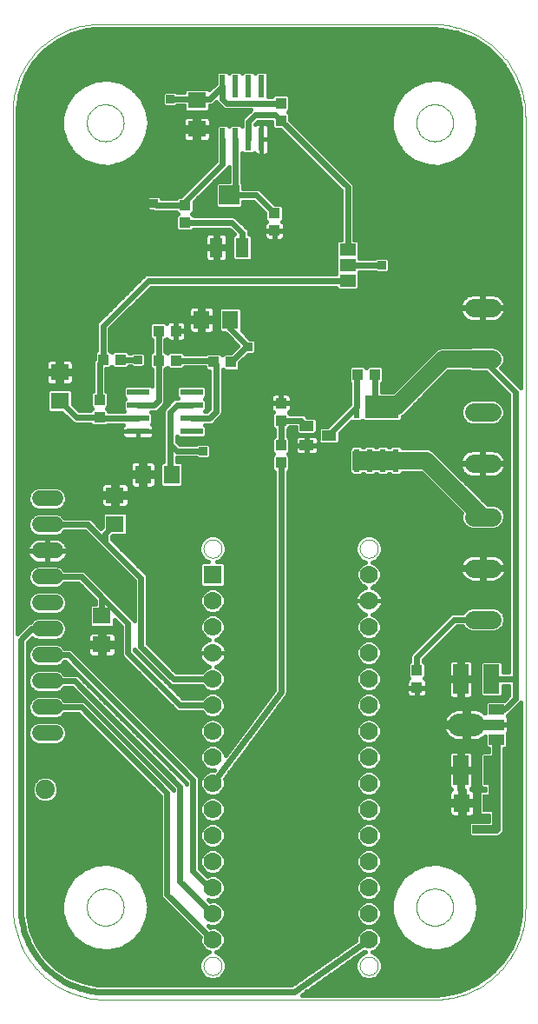
<source format=gtl>
G75*
%MOIN*%
%OFA0B0*%
%FSLAX24Y24*%
%IPPOS*%
%LPD*%
%AMOC8*
5,1,8,0,0,1.08239X$1,22.5*
%
%ADD10C,0.0000*%
%ADD11R,0.1250X0.0875*%
%ADD12R,0.1750X0.0750*%
%ADD13R,0.0870X0.0240*%
%ADD14R,0.0394X0.0433*%
%ADD15R,0.0433X0.0394*%
%ADD16R,0.0551X0.0394*%
%ADD17R,0.0240X0.0870*%
%ADD18R,0.0591X0.0394*%
%ADD19R,0.0787X0.0394*%
%ADD20C,0.0866*%
%ADD21R,0.0630X0.0709*%
%ADD22R,0.0591X0.1142*%
%ADD23R,0.0709X0.0630*%
%ADD24C,0.0740*%
%ADD25C,0.0600*%
%ADD26C,0.0705*%
%ADD27R,0.0236X0.0866*%
%ADD28R,0.0512X0.0748*%
%ADD29R,0.0787X0.0748*%
%ADD30R,0.0630X0.0460*%
%ADD31R,0.0700X0.0700*%
%ADD32C,0.0700*%
%ADD33C,0.0240*%
%ADD34C,0.0160*%
%ADD35C,0.0320*%
%ADD36R,0.0317X0.0317*%
%ADD37C,0.0660*%
D10*
X001927Y006470D02*
X001927Y036785D01*
X005076Y040328D02*
X018068Y040328D01*
X018184Y040326D01*
X018300Y040320D01*
X018415Y040311D01*
X018530Y040298D01*
X018645Y040281D01*
X018759Y040260D01*
X018873Y040235D01*
X018985Y040207D01*
X019096Y040175D01*
X019207Y040140D01*
X019316Y040101D01*
X019424Y040058D01*
X019530Y040012D01*
X019635Y039963D01*
X019738Y039910D01*
X019840Y039853D01*
X019939Y039794D01*
X020036Y039731D01*
X020132Y039665D01*
X020225Y039596D01*
X020316Y039524D01*
X020404Y039449D01*
X020490Y039371D01*
X020573Y039290D01*
X020654Y039207D01*
X020732Y039121D01*
X020807Y039033D01*
X020879Y038942D01*
X020948Y038849D01*
X021014Y038753D01*
X021077Y038656D01*
X021136Y038557D01*
X021193Y038455D01*
X021246Y038352D01*
X021295Y038247D01*
X021341Y038141D01*
X021384Y038033D01*
X021423Y037924D01*
X021458Y037813D01*
X021490Y037702D01*
X021518Y037590D01*
X021543Y037476D01*
X021564Y037362D01*
X021581Y037247D01*
X021594Y037132D01*
X021603Y037017D01*
X021609Y036901D01*
X021611Y036785D01*
X021612Y036785D02*
X021612Y006470D01*
X017418Y006470D02*
X017420Y006523D01*
X017426Y006576D01*
X017436Y006628D01*
X017449Y006679D01*
X017467Y006729D01*
X017488Y006778D01*
X017513Y006825D01*
X017541Y006869D01*
X017573Y006912D01*
X017607Y006952D01*
X017645Y006990D01*
X017685Y007024D01*
X017728Y007056D01*
X017773Y007084D01*
X017819Y007109D01*
X017868Y007130D01*
X017918Y007148D01*
X017969Y007161D01*
X018021Y007171D01*
X018074Y007177D01*
X018127Y007179D01*
X018180Y007177D01*
X018233Y007171D01*
X018285Y007161D01*
X018336Y007148D01*
X018386Y007130D01*
X018435Y007109D01*
X018482Y007084D01*
X018526Y007056D01*
X018569Y007024D01*
X018609Y006990D01*
X018647Y006952D01*
X018681Y006912D01*
X018713Y006869D01*
X018741Y006824D01*
X018766Y006778D01*
X018787Y006729D01*
X018805Y006679D01*
X018818Y006628D01*
X018828Y006576D01*
X018834Y006523D01*
X018836Y006470D01*
X018834Y006417D01*
X018828Y006364D01*
X018818Y006312D01*
X018805Y006261D01*
X018787Y006211D01*
X018766Y006162D01*
X018741Y006115D01*
X018713Y006071D01*
X018681Y006028D01*
X018647Y005988D01*
X018609Y005950D01*
X018569Y005916D01*
X018526Y005884D01*
X018481Y005856D01*
X018435Y005831D01*
X018386Y005810D01*
X018336Y005792D01*
X018285Y005779D01*
X018233Y005769D01*
X018180Y005763D01*
X018127Y005761D01*
X018074Y005763D01*
X018021Y005769D01*
X017969Y005779D01*
X017918Y005792D01*
X017868Y005810D01*
X017819Y005831D01*
X017772Y005856D01*
X017728Y005884D01*
X017685Y005916D01*
X017645Y005950D01*
X017607Y005988D01*
X017573Y006028D01*
X017541Y006071D01*
X017513Y006116D01*
X017488Y006162D01*
X017467Y006211D01*
X017449Y006261D01*
X017436Y006312D01*
X017426Y006364D01*
X017420Y006417D01*
X017418Y006470D01*
X018128Y002926D02*
X018245Y002929D01*
X018362Y002936D01*
X018479Y002947D01*
X018596Y002961D01*
X018712Y002980D01*
X018827Y003002D01*
X018941Y003029D01*
X019055Y003059D01*
X019167Y003093D01*
X019279Y003130D01*
X019388Y003172D01*
X019497Y003216D01*
X019604Y003265D01*
X019709Y003317D01*
X019813Y003373D01*
X019914Y003432D01*
X020014Y003494D01*
X020111Y003560D01*
X020206Y003629D01*
X020299Y003701D01*
X020389Y003776D01*
X020477Y003854D01*
X020562Y003935D01*
X020644Y004018D01*
X020724Y004105D01*
X020800Y004194D01*
X020874Y004285D01*
X020944Y004379D01*
X021012Y004476D01*
X021076Y004574D01*
X021136Y004675D01*
X021194Y004777D01*
X021248Y004882D01*
X021298Y004988D01*
X021345Y005095D01*
X021388Y005205D01*
X021427Y005315D01*
X021463Y005427D01*
X021495Y005540D01*
X021523Y005654D01*
X021547Y005769D01*
X021568Y005885D01*
X021584Y006001D01*
X021597Y006118D01*
X021606Y006235D01*
X021611Y006352D01*
X021612Y006470D01*
X018127Y002927D02*
X005470Y002927D01*
X004761Y006470D02*
X004763Y006523D01*
X004769Y006576D01*
X004779Y006628D01*
X004792Y006679D01*
X004810Y006729D01*
X004831Y006778D01*
X004856Y006825D01*
X004884Y006869D01*
X004916Y006912D01*
X004950Y006952D01*
X004988Y006990D01*
X005028Y007024D01*
X005071Y007056D01*
X005116Y007084D01*
X005162Y007109D01*
X005211Y007130D01*
X005261Y007148D01*
X005312Y007161D01*
X005364Y007171D01*
X005417Y007177D01*
X005470Y007179D01*
X005523Y007177D01*
X005576Y007171D01*
X005628Y007161D01*
X005679Y007148D01*
X005729Y007130D01*
X005778Y007109D01*
X005825Y007084D01*
X005869Y007056D01*
X005912Y007024D01*
X005952Y006990D01*
X005990Y006952D01*
X006024Y006912D01*
X006056Y006869D01*
X006084Y006824D01*
X006109Y006778D01*
X006130Y006729D01*
X006148Y006679D01*
X006161Y006628D01*
X006171Y006576D01*
X006177Y006523D01*
X006179Y006470D01*
X006177Y006417D01*
X006171Y006364D01*
X006161Y006312D01*
X006148Y006261D01*
X006130Y006211D01*
X006109Y006162D01*
X006084Y006115D01*
X006056Y006071D01*
X006024Y006028D01*
X005990Y005988D01*
X005952Y005950D01*
X005912Y005916D01*
X005869Y005884D01*
X005824Y005856D01*
X005778Y005831D01*
X005729Y005810D01*
X005679Y005792D01*
X005628Y005779D01*
X005576Y005769D01*
X005523Y005763D01*
X005470Y005761D01*
X005417Y005763D01*
X005364Y005769D01*
X005312Y005779D01*
X005261Y005792D01*
X005211Y005810D01*
X005162Y005831D01*
X005115Y005856D01*
X005071Y005884D01*
X005028Y005916D01*
X004988Y005950D01*
X004950Y005988D01*
X004916Y006028D01*
X004884Y006071D01*
X004856Y006116D01*
X004831Y006162D01*
X004810Y006211D01*
X004792Y006261D01*
X004779Y006312D01*
X004769Y006364D01*
X004763Y006417D01*
X004761Y006470D01*
X001927Y006470D02*
X001929Y006354D01*
X001935Y006238D01*
X001944Y006123D01*
X001957Y006008D01*
X001974Y005893D01*
X001995Y005779D01*
X002020Y005665D01*
X002048Y005553D01*
X002080Y005442D01*
X002115Y005331D01*
X002154Y005222D01*
X002197Y005114D01*
X002243Y005008D01*
X002292Y004903D01*
X002345Y004800D01*
X002402Y004698D01*
X002461Y004599D01*
X002524Y004502D01*
X002590Y004406D01*
X002659Y004313D01*
X002731Y004222D01*
X002806Y004134D01*
X002884Y004048D01*
X002965Y003965D01*
X003048Y003884D01*
X003134Y003806D01*
X003222Y003731D01*
X003313Y003659D01*
X003406Y003590D01*
X003502Y003524D01*
X003599Y003461D01*
X003699Y003402D01*
X003800Y003345D01*
X003903Y003292D01*
X004008Y003243D01*
X004114Y003197D01*
X004222Y003154D01*
X004331Y003115D01*
X004442Y003080D01*
X004553Y003048D01*
X004665Y003020D01*
X004779Y002995D01*
X004893Y002974D01*
X005008Y002957D01*
X005123Y002944D01*
X005238Y002935D01*
X005354Y002929D01*
X005470Y002927D01*
X009245Y004220D02*
X009247Y004257D01*
X009253Y004294D01*
X009263Y004330D01*
X009276Y004365D01*
X009293Y004398D01*
X009314Y004429D01*
X009338Y004457D01*
X009365Y004483D01*
X009394Y004506D01*
X009425Y004526D01*
X009459Y004542D01*
X009494Y004555D01*
X009530Y004564D01*
X009567Y004569D01*
X009604Y004570D01*
X009641Y004567D01*
X009678Y004560D01*
X009714Y004549D01*
X009748Y004535D01*
X009781Y004517D01*
X009811Y004495D01*
X009839Y004471D01*
X009864Y004443D01*
X009887Y004413D01*
X009906Y004381D01*
X009921Y004347D01*
X009933Y004312D01*
X009941Y004276D01*
X009945Y004239D01*
X009945Y004201D01*
X009941Y004164D01*
X009933Y004128D01*
X009921Y004093D01*
X009906Y004059D01*
X009887Y004027D01*
X009864Y003997D01*
X009839Y003969D01*
X009811Y003945D01*
X009781Y003923D01*
X009748Y003905D01*
X009714Y003891D01*
X009678Y003880D01*
X009641Y003873D01*
X009604Y003870D01*
X009567Y003871D01*
X009530Y003876D01*
X009494Y003885D01*
X009459Y003898D01*
X009425Y003914D01*
X009394Y003934D01*
X009365Y003957D01*
X009338Y003983D01*
X009314Y004011D01*
X009293Y004042D01*
X009276Y004075D01*
X009263Y004110D01*
X009253Y004146D01*
X009247Y004183D01*
X009245Y004220D01*
X015245Y004220D02*
X015247Y004257D01*
X015253Y004294D01*
X015263Y004330D01*
X015276Y004365D01*
X015293Y004398D01*
X015314Y004429D01*
X015338Y004457D01*
X015365Y004483D01*
X015394Y004506D01*
X015425Y004526D01*
X015459Y004542D01*
X015494Y004555D01*
X015530Y004564D01*
X015567Y004569D01*
X015604Y004570D01*
X015641Y004567D01*
X015678Y004560D01*
X015714Y004549D01*
X015748Y004535D01*
X015781Y004517D01*
X015811Y004495D01*
X015839Y004471D01*
X015864Y004443D01*
X015887Y004413D01*
X015906Y004381D01*
X015921Y004347D01*
X015933Y004312D01*
X015941Y004276D01*
X015945Y004239D01*
X015945Y004201D01*
X015941Y004164D01*
X015933Y004128D01*
X015921Y004093D01*
X015906Y004059D01*
X015887Y004027D01*
X015864Y003997D01*
X015839Y003969D01*
X015811Y003945D01*
X015781Y003923D01*
X015748Y003905D01*
X015714Y003891D01*
X015678Y003880D01*
X015641Y003873D01*
X015604Y003870D01*
X015567Y003871D01*
X015530Y003876D01*
X015494Y003885D01*
X015459Y003898D01*
X015425Y003914D01*
X015394Y003934D01*
X015365Y003957D01*
X015338Y003983D01*
X015314Y004011D01*
X015293Y004042D01*
X015276Y004075D01*
X015263Y004110D01*
X015253Y004146D01*
X015247Y004183D01*
X015245Y004220D01*
X015245Y020220D02*
X015247Y020257D01*
X015253Y020294D01*
X015263Y020330D01*
X015276Y020365D01*
X015293Y020398D01*
X015314Y020429D01*
X015338Y020457D01*
X015365Y020483D01*
X015394Y020506D01*
X015425Y020526D01*
X015459Y020542D01*
X015494Y020555D01*
X015530Y020564D01*
X015567Y020569D01*
X015604Y020570D01*
X015641Y020567D01*
X015678Y020560D01*
X015714Y020549D01*
X015748Y020535D01*
X015781Y020517D01*
X015811Y020495D01*
X015839Y020471D01*
X015864Y020443D01*
X015887Y020413D01*
X015906Y020381D01*
X015921Y020347D01*
X015933Y020312D01*
X015941Y020276D01*
X015945Y020239D01*
X015945Y020201D01*
X015941Y020164D01*
X015933Y020128D01*
X015921Y020093D01*
X015906Y020059D01*
X015887Y020027D01*
X015864Y019997D01*
X015839Y019969D01*
X015811Y019945D01*
X015781Y019923D01*
X015748Y019905D01*
X015714Y019891D01*
X015678Y019880D01*
X015641Y019873D01*
X015604Y019870D01*
X015567Y019871D01*
X015530Y019876D01*
X015494Y019885D01*
X015459Y019898D01*
X015425Y019914D01*
X015394Y019934D01*
X015365Y019957D01*
X015338Y019983D01*
X015314Y020011D01*
X015293Y020042D01*
X015276Y020075D01*
X015263Y020110D01*
X015253Y020146D01*
X015247Y020183D01*
X015245Y020220D01*
X015127Y023605D02*
X015627Y023605D01*
X016127Y023605D01*
X016627Y023605D01*
X016627Y025665D02*
X016127Y025665D01*
X015845Y025665D01*
X015627Y025665D01*
X009245Y020220D02*
X009247Y020257D01*
X009253Y020294D01*
X009263Y020330D01*
X009276Y020365D01*
X009293Y020398D01*
X009314Y020429D01*
X009338Y020457D01*
X009365Y020483D01*
X009394Y020506D01*
X009425Y020526D01*
X009459Y020542D01*
X009494Y020555D01*
X009530Y020564D01*
X009567Y020569D01*
X009604Y020570D01*
X009641Y020567D01*
X009678Y020560D01*
X009714Y020549D01*
X009748Y020535D01*
X009781Y020517D01*
X009811Y020495D01*
X009839Y020471D01*
X009864Y020443D01*
X009887Y020413D01*
X009906Y020381D01*
X009921Y020347D01*
X009933Y020312D01*
X009941Y020276D01*
X009945Y020239D01*
X009945Y020201D01*
X009941Y020164D01*
X009933Y020128D01*
X009921Y020093D01*
X009906Y020059D01*
X009887Y020027D01*
X009864Y019997D01*
X009839Y019969D01*
X009811Y019945D01*
X009781Y019923D01*
X009748Y019905D01*
X009714Y019891D01*
X009678Y019880D01*
X009641Y019873D01*
X009604Y019870D01*
X009567Y019871D01*
X009530Y019876D01*
X009494Y019885D01*
X009459Y019898D01*
X009425Y019914D01*
X009394Y019934D01*
X009365Y019957D01*
X009338Y019983D01*
X009314Y020011D01*
X009293Y020042D01*
X009276Y020075D01*
X009263Y020110D01*
X009253Y020146D01*
X009247Y020183D01*
X009245Y020220D01*
X004761Y036549D02*
X004763Y036602D01*
X004769Y036655D01*
X004779Y036707D01*
X004792Y036758D01*
X004810Y036808D01*
X004831Y036857D01*
X004856Y036904D01*
X004884Y036948D01*
X004916Y036991D01*
X004950Y037031D01*
X004988Y037069D01*
X005028Y037103D01*
X005071Y037135D01*
X005116Y037163D01*
X005162Y037188D01*
X005211Y037209D01*
X005261Y037227D01*
X005312Y037240D01*
X005364Y037250D01*
X005417Y037256D01*
X005470Y037258D01*
X005523Y037256D01*
X005576Y037250D01*
X005628Y037240D01*
X005679Y037227D01*
X005729Y037209D01*
X005778Y037188D01*
X005825Y037163D01*
X005869Y037135D01*
X005912Y037103D01*
X005952Y037069D01*
X005990Y037031D01*
X006024Y036991D01*
X006056Y036948D01*
X006084Y036903D01*
X006109Y036857D01*
X006130Y036808D01*
X006148Y036758D01*
X006161Y036707D01*
X006171Y036655D01*
X006177Y036602D01*
X006179Y036549D01*
X006177Y036496D01*
X006171Y036443D01*
X006161Y036391D01*
X006148Y036340D01*
X006130Y036290D01*
X006109Y036241D01*
X006084Y036194D01*
X006056Y036150D01*
X006024Y036107D01*
X005990Y036067D01*
X005952Y036029D01*
X005912Y035995D01*
X005869Y035963D01*
X005824Y035935D01*
X005778Y035910D01*
X005729Y035889D01*
X005679Y035871D01*
X005628Y035858D01*
X005576Y035848D01*
X005523Y035842D01*
X005470Y035840D01*
X005417Y035842D01*
X005364Y035848D01*
X005312Y035858D01*
X005261Y035871D01*
X005211Y035889D01*
X005162Y035910D01*
X005115Y035935D01*
X005071Y035963D01*
X005028Y035995D01*
X004988Y036029D01*
X004950Y036067D01*
X004916Y036107D01*
X004884Y036150D01*
X004856Y036195D01*
X004831Y036241D01*
X004810Y036290D01*
X004792Y036340D01*
X004779Y036391D01*
X004769Y036443D01*
X004763Y036496D01*
X004761Y036549D01*
X001927Y036785D02*
X001922Y036900D01*
X001921Y037014D01*
X001924Y037128D01*
X001931Y037243D01*
X001942Y037357D01*
X001957Y037470D01*
X001975Y037583D01*
X001998Y037695D01*
X002024Y037807D01*
X002054Y037917D01*
X002088Y038026D01*
X002125Y038135D01*
X002167Y038241D01*
X002211Y038347D01*
X002260Y038450D01*
X002312Y038552D01*
X002367Y038653D01*
X002426Y038751D01*
X002488Y038847D01*
X002553Y038941D01*
X002622Y039033D01*
X002693Y039122D01*
X002768Y039209D01*
X002845Y039293D01*
X002925Y039375D01*
X003009Y039453D01*
X003094Y039529D01*
X003182Y039602D01*
X003273Y039672D01*
X003366Y039739D01*
X003461Y039802D01*
X003559Y039862D01*
X003658Y039919D01*
X003759Y039973D01*
X003862Y040023D01*
X003967Y040069D01*
X004073Y040112D01*
X004181Y040151D01*
X004289Y040186D01*
X004399Y040218D01*
X004510Y040246D01*
X004622Y040270D01*
X004735Y040291D01*
X004848Y040307D01*
X004962Y040320D01*
X005076Y040328D01*
X017418Y036549D02*
X017420Y036602D01*
X017426Y036655D01*
X017436Y036707D01*
X017449Y036758D01*
X017467Y036808D01*
X017488Y036857D01*
X017513Y036904D01*
X017541Y036948D01*
X017573Y036991D01*
X017607Y037031D01*
X017645Y037069D01*
X017685Y037103D01*
X017728Y037135D01*
X017773Y037163D01*
X017819Y037188D01*
X017868Y037209D01*
X017918Y037227D01*
X017969Y037240D01*
X018021Y037250D01*
X018074Y037256D01*
X018127Y037258D01*
X018180Y037256D01*
X018233Y037250D01*
X018285Y037240D01*
X018336Y037227D01*
X018386Y037209D01*
X018435Y037188D01*
X018482Y037163D01*
X018526Y037135D01*
X018569Y037103D01*
X018609Y037069D01*
X018647Y037031D01*
X018681Y036991D01*
X018713Y036948D01*
X018741Y036903D01*
X018766Y036857D01*
X018787Y036808D01*
X018805Y036758D01*
X018818Y036707D01*
X018828Y036655D01*
X018834Y036602D01*
X018836Y036549D01*
X018834Y036496D01*
X018828Y036443D01*
X018818Y036391D01*
X018805Y036340D01*
X018787Y036290D01*
X018766Y036241D01*
X018741Y036194D01*
X018713Y036150D01*
X018681Y036107D01*
X018647Y036067D01*
X018609Y036029D01*
X018569Y035995D01*
X018526Y035963D01*
X018481Y035935D01*
X018435Y035910D01*
X018386Y035889D01*
X018336Y035871D01*
X018285Y035858D01*
X018233Y035848D01*
X018180Y035842D01*
X018127Y035840D01*
X018074Y035842D01*
X018021Y035848D01*
X017969Y035858D01*
X017918Y035871D01*
X017868Y035889D01*
X017819Y035910D01*
X017772Y035935D01*
X017728Y035963D01*
X017685Y035995D01*
X017645Y036029D01*
X017607Y036067D01*
X017573Y036107D01*
X017541Y036150D01*
X017513Y036195D01*
X017488Y036241D01*
X017467Y036290D01*
X017449Y036340D01*
X017436Y036391D01*
X017426Y036443D01*
X017420Y036496D01*
X017418Y036549D01*
D11*
X016095Y025658D03*
D12*
X015845Y023595D03*
D13*
X008781Y024722D03*
X008781Y025222D03*
X008781Y025722D03*
X008781Y026222D03*
X006721Y026222D03*
X006721Y025722D03*
X006721Y025222D03*
X006721Y024722D03*
D14*
X006055Y027470D03*
X005385Y027470D03*
X007512Y027439D03*
X007512Y028564D03*
X008182Y028564D03*
X008182Y027439D03*
X009633Y027376D03*
X010303Y027376D03*
X015168Y026885D03*
X015837Y026885D03*
D15*
X012220Y025805D03*
X012220Y025135D03*
X012220Y024180D03*
X012220Y023510D03*
X011968Y032417D03*
X011968Y033086D03*
X012220Y036635D03*
X012220Y037305D03*
X008531Y033398D03*
X008531Y032729D03*
X005251Y025932D03*
X005251Y025262D03*
X017436Y015555D03*
X017436Y014885D03*
D16*
X013202Y024189D03*
X013202Y024937D03*
X014068Y024563D03*
D17*
X015127Y023605D03*
X015627Y023605D03*
X016127Y023605D03*
X016627Y023605D03*
X016627Y025665D03*
X016127Y025665D03*
X015627Y025665D03*
X015127Y025665D03*
D18*
X020500Y014060D03*
X020500Y012880D03*
D19*
X020400Y013470D03*
D20*
X019645Y013470D02*
X019055Y013470D01*
D21*
X019169Y010470D03*
X020271Y010470D03*
X010269Y029001D03*
X009167Y029001D03*
X008023Y023064D03*
X006921Y023064D03*
D22*
X019129Y015220D03*
X020311Y015220D03*
X020311Y011720D03*
X019129Y011720D03*
D23*
X005845Y021169D03*
X005845Y022271D03*
X003722Y025887D03*
X003722Y026990D03*
X008988Y036309D03*
X008988Y037411D03*
X005345Y017646D03*
X005345Y016544D03*
D24*
X003165Y010992D03*
D25*
X002946Y013141D02*
X003546Y013141D01*
X003546Y014141D02*
X002946Y014141D01*
X002946Y015141D02*
X003546Y015141D01*
X003546Y016141D02*
X002946Y016141D01*
X002946Y017141D02*
X003546Y017141D01*
X003546Y018141D02*
X002946Y018141D01*
X002946Y019141D02*
X003546Y019141D01*
X003546Y020141D02*
X002946Y020141D01*
X002946Y021141D02*
X003546Y021141D01*
X003546Y022141D02*
X002946Y022141D01*
D26*
X019625Y021439D02*
X020330Y021439D01*
X020330Y019470D02*
X019625Y019470D01*
X019625Y017501D02*
X020330Y017501D01*
X020323Y023486D02*
X019618Y023486D01*
X019618Y025454D02*
X020323Y025454D01*
X020323Y027486D02*
X019618Y027486D01*
X019618Y029454D02*
X020323Y029454D01*
D27*
X011472Y035915D03*
X010972Y035915D03*
X010472Y035915D03*
X009972Y035915D03*
X009972Y037962D03*
X010472Y037962D03*
X010972Y037962D03*
X011472Y037962D03*
D28*
X010736Y031770D03*
X009736Y031770D03*
D29*
X010236Y033778D03*
D30*
X014780Y031698D03*
X014780Y031098D03*
X014780Y030498D03*
D31*
X009595Y019220D03*
D32*
X009595Y018220D03*
X009595Y017220D03*
X009595Y016220D03*
X009595Y015220D03*
X009595Y014220D03*
X009595Y013220D03*
X009595Y012220D03*
X009595Y011220D03*
X009595Y010220D03*
X009595Y009220D03*
X009595Y008220D03*
X009595Y007220D03*
X009595Y006220D03*
X009595Y005220D03*
X015595Y005220D03*
X015595Y006220D03*
X015595Y007220D03*
X015595Y008220D03*
X015595Y009220D03*
X015595Y010220D03*
X015595Y011220D03*
X015595Y012220D03*
X015595Y013220D03*
X015595Y014220D03*
X015595Y015220D03*
X015595Y016220D03*
X015595Y017220D03*
X015595Y018220D03*
X015595Y019220D03*
D33*
X017436Y016061D02*
X017436Y015555D01*
X017436Y016061D02*
X018876Y017501D01*
X019978Y017501D01*
X020311Y015220D02*
X021220Y015220D01*
X021220Y026236D01*
X019970Y027486D01*
X016095Y031095D02*
X016092Y031098D01*
X014780Y031098D01*
X014780Y031698D02*
X014780Y034075D01*
X012220Y036635D01*
X012010Y036845D01*
X011220Y036845D01*
X010972Y036597D01*
X010972Y035915D01*
X010472Y035915D02*
X010472Y034014D01*
X010236Y033778D01*
X011276Y033778D01*
X011968Y033086D01*
X010736Y032329D02*
X010736Y031770D01*
X010736Y032329D02*
X010345Y032720D01*
X008540Y032720D01*
X008531Y032729D01*
X008531Y033398D02*
X007417Y033398D01*
X007345Y033470D01*
X008531Y033531D02*
X009972Y034972D01*
X009972Y035915D01*
X010135Y037305D02*
X009970Y037470D01*
X009970Y037960D01*
X009972Y037962D01*
X009480Y037470D01*
X009179Y037470D01*
X007970Y037470D01*
X008988Y037411D02*
X009179Y037470D01*
X010135Y037305D02*
X012220Y037305D01*
X008531Y033531D02*
X008531Y033398D01*
X007123Y030498D02*
X014780Y030498D01*
X015168Y026885D02*
X015127Y026845D01*
X015127Y025665D01*
X014068Y024606D01*
X014068Y024563D01*
X013202Y024937D02*
X013003Y025135D01*
X012220Y025135D01*
X012220Y024180D01*
X012220Y023510D02*
X012220Y014720D01*
X009595Y011220D01*
X008845Y011345D02*
X008845Y007845D01*
X009470Y007220D01*
X009595Y007220D01*
X009595Y006220D02*
X008345Y007470D01*
X008345Y011095D01*
X004299Y015141D01*
X003246Y015141D01*
X003246Y014141D02*
X004549Y014141D01*
X007845Y010845D01*
X007845Y006970D01*
X009595Y005220D01*
X012720Y003220D02*
X005470Y003220D01*
X005359Y003222D01*
X005248Y003228D01*
X005138Y003237D01*
X005027Y003250D01*
X004918Y003267D01*
X004809Y003288D01*
X004701Y003312D01*
X004593Y003341D01*
X004487Y003372D01*
X004382Y003408D01*
X004278Y003447D01*
X004175Y003489D01*
X004074Y003535D01*
X003975Y003584D01*
X003877Y003637D01*
X003781Y003693D01*
X003688Y003752D01*
X003596Y003815D01*
X003506Y003880D01*
X003419Y003949D01*
X003334Y004020D01*
X003252Y004095D01*
X003172Y004172D01*
X003095Y004252D01*
X003020Y004334D01*
X002949Y004419D01*
X002880Y004506D01*
X002815Y004596D01*
X002752Y004688D01*
X002693Y004781D01*
X002637Y004877D01*
X002584Y004975D01*
X002535Y005074D01*
X002489Y005175D01*
X002447Y005278D01*
X002408Y005382D01*
X002372Y005487D01*
X002341Y005593D01*
X002312Y005701D01*
X002288Y005809D01*
X002267Y005918D01*
X002250Y006027D01*
X002237Y006138D01*
X002228Y006248D01*
X002222Y006359D01*
X002220Y006470D01*
X002220Y016720D01*
X002641Y017141D01*
X003246Y017141D01*
X003246Y016141D02*
X004049Y016141D01*
X008845Y011345D01*
X008345Y014220D02*
X009595Y014220D01*
X009595Y015220D02*
X008095Y015220D01*
X006845Y016470D01*
X006845Y019095D01*
X005470Y020470D01*
X005470Y020794D01*
X005845Y021169D01*
X005470Y020470D02*
X004799Y021141D01*
X003246Y021141D01*
X003246Y019141D02*
X004549Y019141D01*
X005345Y018345D01*
X005345Y017646D01*
X005345Y018345D02*
X006345Y017345D01*
X006345Y016220D01*
X008345Y014220D01*
X008023Y023064D02*
X007970Y023117D01*
X007970Y024220D01*
X008220Y023970D01*
X009220Y023970D01*
X009472Y025222D02*
X008781Y025222D01*
X008781Y025722D02*
X008222Y025722D01*
X007970Y025470D01*
X007970Y024220D01*
X007345Y025720D02*
X006723Y025720D01*
X006721Y025722D01*
X006721Y025222D02*
X005292Y025222D01*
X005251Y025262D01*
X004347Y025262D01*
X003722Y025887D01*
X005251Y025932D02*
X005251Y027336D01*
X005385Y027470D01*
X005385Y028760D01*
X007123Y030498D01*
X007512Y028564D02*
X007512Y027439D01*
X007512Y025887D01*
X007345Y025720D01*
X006720Y027470D02*
X006055Y027470D01*
X008182Y027439D02*
X009571Y027439D01*
X009633Y027376D01*
X009720Y027290D01*
X009720Y025470D01*
X009472Y025222D01*
X010303Y027376D02*
X010939Y028001D01*
X010269Y028671D01*
X010269Y029001D01*
X010939Y028001D02*
X010970Y027970D01*
X015837Y026885D02*
X015837Y025673D01*
X015845Y025665D01*
X021220Y015220D02*
X021220Y014470D01*
X020810Y014060D01*
X020500Y014060D01*
X020500Y012880D02*
X020500Y011909D01*
X020311Y011720D01*
X020311Y010509D01*
X020271Y010470D01*
X015595Y005220D02*
X012720Y003220D01*
D34*
X003159Y004573D02*
X002833Y005061D01*
X002609Y005602D01*
X002494Y006177D01*
X002480Y006470D01*
X002480Y016612D01*
X002666Y016798D01*
X002696Y016768D01*
X002858Y016701D01*
X003633Y016701D01*
X003795Y016768D01*
X003919Y016892D01*
X003986Y017054D01*
X003986Y017229D01*
X003919Y017390D01*
X003795Y017514D01*
X003633Y017581D01*
X002858Y017581D01*
X002696Y017514D01*
X002579Y017397D01*
X002494Y017362D01*
X002421Y017289D01*
X002107Y016974D01*
X002107Y036717D01*
X002111Y036721D01*
X002107Y036790D01*
X002107Y036860D01*
X002106Y036860D01*
X002103Y037107D01*
X002189Y037723D01*
X002392Y038310D01*
X002707Y038847D01*
X003120Y039312D01*
X003616Y039687D01*
X004176Y039958D01*
X004777Y040115D01*
X005084Y040148D01*
X018068Y040148D01*
X018398Y040132D01*
X019045Y040003D01*
X019654Y039751D01*
X020202Y039385D01*
X020668Y038919D01*
X021035Y038370D01*
X021287Y037761D01*
X021416Y037115D01*
X021432Y036785D01*
X021432Y026392D01*
X020678Y027145D01*
X020740Y027207D01*
X020815Y027388D01*
X020815Y027584D01*
X020740Y027765D01*
X020601Y027903D01*
X020420Y027978D01*
X019520Y027978D01*
X019465Y027956D01*
X018354Y027956D01*
X018182Y027884D01*
X016538Y026240D01*
X016449Y026240D01*
X016444Y026235D01*
X016311Y026235D01*
X016305Y026240D01*
X016097Y026240D01*
X016097Y026534D01*
X016174Y026611D01*
X016174Y027160D01*
X016092Y027242D01*
X015582Y027242D01*
X015502Y027162D01*
X015423Y027242D01*
X014913Y027242D01*
X014831Y027160D01*
X014831Y026611D01*
X014867Y026574D01*
X014867Y025773D01*
X013994Y024899D01*
X013735Y024899D01*
X013653Y024817D01*
X013653Y024428D01*
X013646Y024455D01*
X013622Y024496D01*
X013588Y024529D01*
X013547Y024553D01*
X013502Y024565D01*
X013221Y024565D01*
X013221Y024207D01*
X013658Y024207D01*
X013658Y024303D01*
X013735Y024226D01*
X014402Y024226D01*
X014484Y024308D01*
X014484Y024654D01*
X014935Y025105D01*
X014949Y025090D01*
X015305Y025090D01*
X015354Y025138D01*
X015412Y025080D01*
X016778Y025080D01*
X016788Y025090D01*
X016805Y025090D01*
X016887Y025172D01*
X016887Y025264D01*
X016894Y025267D01*
X018643Y027016D01*
X019465Y027016D01*
X019520Y026993D01*
X020095Y026993D01*
X020960Y026128D01*
X020960Y015480D01*
X020746Y015480D01*
X020746Y015849D01*
X020664Y015931D01*
X019957Y015931D01*
X019875Y015849D01*
X019875Y014591D01*
X019957Y014509D01*
X020664Y014509D01*
X020746Y014591D01*
X020746Y014960D01*
X020960Y014960D01*
X020960Y014578D01*
X020779Y014397D01*
X020147Y014397D01*
X020065Y014315D01*
X020065Y013918D01*
X020045Y013938D01*
X019967Y013994D01*
X019881Y014038D01*
X019789Y014068D01*
X019693Y014083D01*
X019430Y014083D01*
X019430Y013550D01*
X019826Y013550D01*
X019826Y013488D01*
X020381Y013488D01*
X020381Y013452D01*
X019826Y013452D01*
X019826Y013390D01*
X019430Y013390D01*
X019430Y013550D01*
X019270Y013550D01*
X019270Y014083D01*
X019006Y014083D01*
X018911Y014068D01*
X018819Y014038D01*
X018733Y013994D01*
X018655Y013938D01*
X018587Y013869D01*
X018530Y013791D01*
X018486Y013705D01*
X015705Y013705D01*
X015692Y013710D02*
X015498Y013710D01*
X015317Y013635D01*
X015180Y013498D01*
X015105Y013317D01*
X015105Y013123D01*
X015180Y012942D01*
X015317Y012805D01*
X015498Y012730D01*
X015692Y012730D01*
X015873Y012805D01*
X016010Y012942D01*
X016085Y013123D01*
X016085Y013317D01*
X016010Y013498D01*
X015873Y013635D01*
X015692Y013710D01*
X015692Y013730D02*
X015873Y013805D01*
X016010Y013942D01*
X016085Y014123D01*
X016085Y014317D01*
X016010Y014498D01*
X015873Y014635D01*
X015692Y014710D01*
X015498Y014710D01*
X015317Y014635D01*
X015180Y014498D01*
X015105Y014317D01*
X015105Y014123D01*
X015180Y013942D01*
X015317Y013805D01*
X015498Y013730D01*
X015692Y013730D01*
X015485Y013705D02*
X011784Y013705D01*
X011902Y013863D02*
X015259Y013863D01*
X015147Y014022D02*
X012021Y014022D01*
X012140Y014180D02*
X015105Y014180D01*
X015114Y014339D02*
X012259Y014339D01*
X012378Y014497D02*
X015179Y014497D01*
X015366Y014656D02*
X012475Y014656D01*
X012480Y014668D02*
X012480Y014687D01*
X012485Y014706D01*
X012480Y014738D01*
X012480Y023174D01*
X012495Y023174D01*
X012577Y023256D01*
X012577Y023765D01*
X012497Y023845D01*
X012577Y023925D01*
X012577Y024434D01*
X012495Y024516D01*
X012480Y024516D01*
X012480Y024799D01*
X012495Y024799D01*
X012571Y024875D01*
X012787Y024875D01*
X012787Y024682D01*
X012869Y024600D01*
X013536Y024600D01*
X013618Y024682D01*
X013618Y025191D01*
X013536Y025273D01*
X013233Y025273D01*
X013224Y025283D01*
X013151Y025356D01*
X013055Y025395D01*
X012571Y025395D01*
X012519Y025448D01*
X012547Y025464D01*
X012581Y025497D01*
X012604Y025538D01*
X012617Y025584D01*
X012617Y025786D01*
X012238Y025786D01*
X012238Y025823D01*
X012202Y025823D01*
X012202Y026181D01*
X011980Y026181D01*
X011934Y026169D01*
X011893Y026146D01*
X011859Y026112D01*
X011836Y026071D01*
X011823Y026025D01*
X011823Y025823D01*
X012202Y025823D01*
X012202Y025786D01*
X011823Y025786D01*
X011823Y025584D01*
X011836Y025538D01*
X011859Y025497D01*
X011893Y025464D01*
X011921Y025448D01*
X011863Y025390D01*
X011863Y024881D01*
X011945Y024799D01*
X011960Y024799D01*
X011960Y024516D01*
X011945Y024516D01*
X011863Y024434D01*
X011863Y023925D01*
X011943Y023845D01*
X011863Y023765D01*
X011863Y023256D01*
X011945Y023174D01*
X011960Y023174D01*
X011960Y014807D01*
X010085Y012307D01*
X010085Y012317D01*
X010010Y012498D01*
X009873Y012635D01*
X009692Y012710D01*
X009498Y012710D01*
X009317Y012635D01*
X009180Y012498D01*
X009105Y012317D01*
X009105Y012123D01*
X009180Y011942D01*
X009317Y011805D01*
X009498Y011730D01*
X009653Y011730D01*
X009638Y011710D01*
X009498Y011710D01*
X009317Y011635D01*
X009180Y011498D01*
X009105Y011317D01*
X009105Y011123D01*
X009180Y010942D01*
X009317Y010805D01*
X009498Y010730D01*
X009692Y010730D01*
X009873Y010805D01*
X010010Y010942D01*
X010085Y011123D01*
X010085Y011317D01*
X010052Y011396D01*
X012417Y014549D01*
X012440Y014573D01*
X012448Y014590D01*
X012459Y014605D01*
X012467Y014638D01*
X012480Y014668D01*
X012480Y014814D02*
X015308Y014814D01*
X015317Y014805D02*
X015498Y014730D01*
X015692Y014730D01*
X015873Y014805D01*
X016010Y014942D01*
X016085Y015123D01*
X016085Y015317D01*
X016010Y015498D01*
X015873Y015635D01*
X015692Y015710D01*
X015498Y015710D01*
X015317Y015635D01*
X015180Y015498D01*
X015105Y015317D01*
X015105Y015123D01*
X015180Y014942D01*
X015317Y014805D01*
X015167Y014973D02*
X012480Y014973D01*
X012480Y015131D02*
X015105Y015131D01*
X015105Y015290D02*
X012480Y015290D01*
X012480Y015448D02*
X015159Y015448D01*
X015289Y015607D02*
X012480Y015607D01*
X012480Y015765D02*
X015413Y015765D01*
X015498Y015730D02*
X015692Y015730D01*
X015873Y015805D01*
X016010Y015942D01*
X016085Y016123D01*
X016085Y016317D01*
X016010Y016498D01*
X015873Y016635D01*
X015692Y016710D01*
X015498Y016710D01*
X015317Y016635D01*
X015180Y016498D01*
X015105Y016317D01*
X015105Y016123D01*
X015180Y015942D01*
X015317Y015805D01*
X015498Y015730D01*
X015777Y015765D02*
X017079Y015765D01*
X017079Y015809D02*
X017079Y015300D01*
X017136Y015242D01*
X017108Y015226D01*
X017075Y015193D01*
X017051Y015152D01*
X017039Y015106D01*
X017039Y014904D01*
X017417Y014904D01*
X017417Y014867D01*
X017039Y014867D01*
X017039Y014665D01*
X017051Y014619D01*
X017075Y014578D01*
X017108Y014544D01*
X017150Y014521D01*
X017195Y014509D01*
X017417Y014509D01*
X017417Y014867D01*
X017454Y014867D01*
X017454Y014904D01*
X017832Y014904D01*
X017832Y015106D01*
X017820Y015152D01*
X017796Y015193D01*
X017763Y015226D01*
X017735Y015242D01*
X017792Y015300D01*
X017792Y015809D01*
X017710Y015891D01*
X017696Y015891D01*
X017696Y015953D01*
X018984Y017241D01*
X019200Y017241D01*
X019208Y017223D01*
X019346Y017084D01*
X019527Y017009D01*
X020428Y017009D01*
X020609Y017084D01*
X020748Y017223D01*
X020823Y017404D01*
X020823Y017599D01*
X020748Y017780D01*
X020609Y017919D01*
X020428Y017994D01*
X019527Y017994D01*
X019346Y017919D01*
X019208Y017780D01*
X019200Y017761D01*
X018825Y017761D01*
X018729Y017722D01*
X017288Y016281D01*
X017215Y016208D01*
X017176Y016112D01*
X017176Y015891D01*
X017161Y015891D01*
X017079Y015809D01*
X017176Y015924D02*
X015992Y015924D01*
X016068Y016082D02*
X017176Y016082D01*
X017248Y016241D02*
X016085Y016241D01*
X016051Y016399D02*
X017407Y016399D01*
X017565Y016558D02*
X015950Y016558D01*
X015873Y016805D02*
X015692Y016730D01*
X015498Y016730D01*
X015317Y016805D01*
X015180Y016942D01*
X015105Y017123D01*
X015105Y017317D01*
X015180Y017498D01*
X015317Y017635D01*
X015478Y017702D01*
X015471Y017703D01*
X015392Y017729D01*
X015317Y017767D01*
X015250Y017816D01*
X015191Y017875D01*
X015142Y017942D01*
X015104Y018017D01*
X015078Y018096D01*
X015065Y018178D01*
X015065Y018220D01*
X015595Y018220D01*
X016125Y018220D01*
X016125Y018262D01*
X016112Y018344D01*
X016086Y018423D01*
X016048Y018498D01*
X015999Y018565D01*
X015940Y018624D01*
X015873Y018673D01*
X015798Y018711D01*
X015719Y018737D01*
X015712Y018738D01*
X015873Y018805D01*
X016010Y018942D01*
X016085Y019123D01*
X016085Y019317D01*
X016010Y019498D01*
X015873Y019635D01*
X015721Y019698D01*
X015895Y019771D01*
X016044Y019920D01*
X016125Y020115D01*
X016125Y020325D01*
X016044Y020520D01*
X020960Y020520D01*
X020960Y020362D02*
X016110Y020362D01*
X016125Y020203D02*
X020960Y020203D01*
X020960Y020045D02*
X016096Y020045D01*
X016011Y019886D02*
X019292Y019886D01*
X019278Y019876D02*
X019219Y019817D01*
X019170Y019749D01*
X019132Y019674D01*
X019106Y019595D01*
X019093Y019512D01*
X019093Y019508D01*
X019940Y019508D01*
X019940Y020002D01*
X019583Y020002D01*
X019501Y019989D01*
X019421Y019963D01*
X019346Y019925D01*
X019278Y019876D01*
X019159Y019728D02*
X015791Y019728D01*
X015939Y019569D02*
X019102Y019569D01*
X019093Y019432D02*
X019093Y019428D01*
X019106Y019345D01*
X019132Y019266D01*
X019170Y019191D01*
X019219Y019123D01*
X019278Y019064D01*
X019346Y019015D01*
X019421Y018977D01*
X019501Y018951D01*
X019583Y018938D01*
X019940Y018938D01*
X019940Y019432D01*
X020015Y019432D01*
X020015Y018938D01*
X020372Y018938D01*
X020455Y018951D01*
X020535Y018977D01*
X020609Y019015D01*
X020677Y019064D01*
X020737Y019123D01*
X020786Y019191D01*
X020824Y019266D01*
X020850Y019345D01*
X020863Y019428D01*
X020863Y019432D01*
X020015Y019432D01*
X020015Y019508D01*
X019940Y019508D01*
X019940Y019432D01*
X019093Y019432D01*
X019096Y019411D02*
X016046Y019411D01*
X016085Y019252D02*
X019139Y019252D01*
X019249Y019094D02*
X016073Y019094D01*
X016003Y018935D02*
X020960Y018935D01*
X020960Y018777D02*
X015805Y018777D01*
X015946Y018618D02*
X020960Y018618D01*
X020960Y018460D02*
X016068Y018460D01*
X016119Y018301D02*
X020960Y018301D01*
X020960Y018143D02*
X016119Y018143D01*
X016125Y018178D02*
X016125Y018220D01*
X015595Y018220D01*
X015595Y018220D01*
X015595Y018220D01*
X015065Y018220D01*
X015065Y018262D01*
X015078Y018344D01*
X015104Y018423D01*
X015142Y018498D01*
X015191Y018565D01*
X015250Y018624D01*
X015317Y018673D01*
X015392Y018711D01*
X015471Y018737D01*
X015478Y018738D01*
X015317Y018805D01*
X015180Y018942D01*
X015105Y019123D01*
X015105Y019317D01*
X015180Y019498D01*
X015317Y019635D01*
X015469Y019698D01*
X015295Y019771D01*
X015146Y019920D01*
X015065Y020115D01*
X015065Y020325D01*
X015146Y020520D01*
X012480Y020520D01*
X012480Y020362D02*
X015080Y020362D01*
X015065Y020203D02*
X012480Y020203D01*
X012480Y020045D02*
X015094Y020045D01*
X015179Y019886D02*
X012480Y019886D01*
X012480Y019728D02*
X015399Y019728D01*
X015251Y019569D02*
X012480Y019569D01*
X012480Y019411D02*
X015144Y019411D01*
X015105Y019252D02*
X012480Y019252D01*
X012480Y019094D02*
X015117Y019094D01*
X015187Y018935D02*
X012480Y018935D01*
X012480Y018777D02*
X015385Y018777D01*
X015244Y018618D02*
X012480Y018618D01*
X012480Y018460D02*
X015122Y018460D01*
X015071Y018301D02*
X012480Y018301D01*
X012480Y018143D02*
X015071Y018143D01*
X015120Y017984D02*
X012480Y017984D01*
X012480Y017826D02*
X015240Y017826D01*
X015394Y017667D02*
X012480Y017667D01*
X012480Y017509D02*
X015191Y017509D01*
X015119Y017350D02*
X012480Y017350D01*
X012480Y017192D02*
X015105Y017192D01*
X015142Y017033D02*
X012480Y017033D01*
X012480Y016875D02*
X015247Y016875D01*
X015240Y016558D02*
X012480Y016558D01*
X012480Y016716D02*
X017724Y016716D01*
X017882Y016875D02*
X015943Y016875D01*
X016010Y016942D02*
X016085Y017123D01*
X016085Y017317D01*
X016010Y017498D01*
X015873Y017635D01*
X015712Y017702D01*
X015719Y017703D01*
X015798Y017729D01*
X015873Y017767D01*
X015940Y017816D01*
X015999Y017875D01*
X016048Y017942D01*
X016086Y018017D01*
X016112Y018096D01*
X016125Y018178D01*
X016070Y017984D02*
X019504Y017984D01*
X019253Y017826D02*
X015950Y017826D01*
X015796Y017667D02*
X018675Y017667D01*
X018516Y017509D02*
X015999Y017509D01*
X016071Y017350D02*
X018358Y017350D01*
X018199Y017192D02*
X016085Y017192D01*
X016048Y017033D02*
X018041Y017033D01*
X018459Y016716D02*
X020960Y016716D01*
X020960Y016558D02*
X018300Y016558D01*
X018142Y016399D02*
X020960Y016399D01*
X020960Y016241D02*
X017983Y016241D01*
X017825Y016082D02*
X020960Y016082D01*
X020960Y015924D02*
X020671Y015924D01*
X020746Y015765D02*
X020960Y015765D01*
X020960Y015607D02*
X020746Y015607D01*
X020746Y014814D02*
X020960Y014814D01*
X020960Y014656D02*
X020746Y014656D01*
X020880Y014497D02*
X019522Y014497D01*
X019535Y014505D02*
X019494Y014481D01*
X019448Y014469D01*
X019197Y014469D01*
X019197Y015152D01*
X019062Y015152D01*
X019062Y014469D01*
X018810Y014469D01*
X018765Y014481D01*
X018724Y014505D01*
X018690Y014539D01*
X018666Y014580D01*
X018654Y014625D01*
X018654Y015152D01*
X019062Y015152D01*
X019062Y015288D01*
X019062Y015971D01*
X018810Y015971D01*
X018765Y015959D01*
X018724Y015935D01*
X018690Y015901D01*
X018666Y015860D01*
X018654Y015815D01*
X018654Y015288D01*
X019062Y015288D01*
X019197Y015288D01*
X019197Y015971D01*
X019448Y015971D01*
X019494Y015959D01*
X019535Y015935D01*
X019569Y015901D01*
X019592Y015860D01*
X019605Y015815D01*
X019605Y015288D01*
X019197Y015288D01*
X019197Y015152D01*
X019605Y015152D01*
X019605Y014625D01*
X019592Y014580D01*
X019569Y014539D01*
X019535Y014505D01*
X019605Y014656D02*
X019875Y014656D01*
X019875Y014814D02*
X019605Y014814D01*
X019605Y014973D02*
X019875Y014973D01*
X019875Y015131D02*
X019605Y015131D01*
X019605Y015290D02*
X019875Y015290D01*
X019875Y015448D02*
X019605Y015448D01*
X019605Y015607D02*
X019875Y015607D01*
X019875Y015765D02*
X019605Y015765D01*
X019546Y015924D02*
X019950Y015924D01*
X019197Y015924D02*
X019062Y015924D01*
X019062Y015765D02*
X019197Y015765D01*
X019197Y015607D02*
X019062Y015607D01*
X019062Y015448D02*
X019197Y015448D01*
X019197Y015290D02*
X019062Y015290D01*
X019062Y015131D02*
X019197Y015131D01*
X019197Y014973D02*
X019062Y014973D01*
X019062Y014814D02*
X019197Y014814D01*
X019197Y014656D02*
X019062Y014656D01*
X019062Y014497D02*
X019197Y014497D01*
X019270Y014022D02*
X019430Y014022D01*
X019430Y013863D02*
X019270Y013863D01*
X019270Y013705D02*
X019430Y013705D01*
X019430Y013546D02*
X019826Y013546D01*
X019430Y013390D02*
X019430Y012857D01*
X019693Y012857D01*
X019789Y012872D01*
X019881Y012902D01*
X019967Y012946D01*
X020045Y013002D01*
X020065Y013022D01*
X020065Y012625D01*
X020147Y012543D01*
X020200Y012543D01*
X020200Y012431D01*
X019957Y012431D01*
X019875Y012349D01*
X019875Y011091D01*
X019957Y011009D01*
X020051Y011009D01*
X020051Y010964D01*
X019898Y010964D01*
X019816Y010882D01*
X019816Y010058D01*
X019898Y009976D01*
X020200Y009976D01*
X020200Y009770D01*
X019660Y009770D01*
X019657Y009768D01*
X019504Y009768D01*
X019422Y009686D01*
X019422Y009533D01*
X019420Y009530D01*
X019420Y009410D01*
X019422Y009407D01*
X019422Y009254D01*
X019504Y009172D01*
X019657Y009172D01*
X019660Y009170D01*
X020560Y009170D01*
X020670Y009216D01*
X020754Y009300D01*
X020800Y009410D01*
X020800Y012543D01*
X020853Y012543D01*
X020935Y012625D01*
X020935Y013135D01*
X020922Y013147D01*
X020938Y013163D01*
X020961Y013204D01*
X020974Y013249D01*
X020974Y013452D01*
X020418Y013452D01*
X020418Y013488D01*
X020974Y013488D01*
X020974Y013691D01*
X020961Y013736D01*
X020938Y013777D01*
X020922Y013793D01*
X020935Y013805D01*
X020935Y013831D01*
X020957Y013840D01*
X021031Y013913D01*
X021367Y014250D01*
X021432Y014314D01*
X021432Y006544D01*
X021431Y006543D01*
X021432Y006469D01*
X021432Y006468D01*
X021418Y006142D01*
X021296Y005500D01*
X021051Y004894D01*
X020693Y004347D01*
X020235Y003881D01*
X019694Y003514D01*
X019093Y003258D01*
X018453Y003125D01*
X018126Y003107D01*
X013012Y003107D01*
X015403Y004769D01*
X015469Y004742D01*
X015295Y004669D01*
X015146Y004520D01*
X015065Y004325D01*
X015065Y004115D01*
X015146Y003920D01*
X015295Y003771D01*
X015490Y003690D01*
X015700Y003690D01*
X015895Y003771D01*
X016044Y003920D01*
X016125Y004115D01*
X016125Y004325D01*
X016044Y004520D01*
X015895Y004669D01*
X015721Y004742D01*
X015873Y004805D01*
X016010Y004942D01*
X016085Y005123D01*
X016085Y005317D01*
X016010Y005498D01*
X015873Y005635D01*
X015692Y005710D01*
X015498Y005710D01*
X015317Y005635D01*
X015180Y005498D01*
X015105Y005317D01*
X015105Y005196D01*
X012638Y003480D01*
X005470Y003480D01*
X005177Y003494D01*
X004602Y003609D01*
X004061Y003833D01*
X003573Y004159D01*
X003159Y004573D01*
X003220Y004512D02*
X009142Y004512D01*
X009146Y004520D02*
X009065Y004325D01*
X009065Y004115D01*
X009146Y003920D01*
X009295Y003771D01*
X009490Y003690D01*
X009700Y003690D01*
X009895Y003771D01*
X010044Y003920D01*
X010125Y004115D01*
X010125Y004325D01*
X010044Y004520D01*
X009895Y004669D01*
X009721Y004742D01*
X009873Y004805D01*
X010010Y004942D01*
X010085Y005123D01*
X010085Y005317D01*
X010010Y005498D01*
X009873Y005635D01*
X009692Y005710D01*
X009498Y005710D01*
X009480Y005703D01*
X009421Y005762D01*
X009498Y005730D01*
X009692Y005730D01*
X009873Y005805D01*
X010010Y005942D01*
X010085Y006123D01*
X010085Y006317D01*
X010010Y006498D01*
X009873Y006635D01*
X009692Y006710D01*
X009498Y006710D01*
X009480Y006703D01*
X009421Y006762D01*
X009498Y006730D01*
X009692Y006730D01*
X009873Y006805D01*
X010010Y006942D01*
X010085Y007123D01*
X010085Y007317D01*
X010010Y007498D01*
X009873Y007635D01*
X009692Y007710D01*
X009498Y007710D01*
X009392Y007666D01*
X009105Y007953D01*
X009105Y011397D01*
X009065Y011492D01*
X008992Y011565D01*
X004269Y016289D01*
X004196Y016362D01*
X004100Y016401D01*
X003908Y016401D01*
X003795Y016514D01*
X003633Y016581D01*
X002858Y016581D01*
X002696Y016514D01*
X002573Y016390D01*
X002506Y016229D01*
X002506Y016054D01*
X002573Y015892D01*
X002696Y015768D01*
X002858Y015701D01*
X003633Y015701D01*
X003795Y015768D01*
X003908Y015881D01*
X003941Y015881D01*
X008585Y011237D01*
X008585Y011195D01*
X008565Y011242D01*
X008492Y011315D01*
X004519Y015289D01*
X004446Y015362D01*
X004350Y015401D01*
X003908Y015401D01*
X003795Y015514D01*
X003633Y015581D01*
X002858Y015581D01*
X002696Y015514D01*
X002573Y015390D01*
X002506Y015229D01*
X002506Y015054D01*
X002573Y014892D01*
X002696Y014768D01*
X002858Y014701D01*
X003633Y014701D01*
X003795Y014768D01*
X003908Y014881D01*
X004191Y014881D01*
X008085Y010987D01*
X008085Y010945D01*
X008065Y010992D01*
X007992Y011065D01*
X004696Y014362D01*
X004600Y014401D01*
X003908Y014401D01*
X003795Y014514D01*
X003633Y014581D01*
X002858Y014581D01*
X002696Y014514D01*
X002573Y014390D01*
X002506Y014229D01*
X002506Y014054D01*
X002573Y013892D01*
X002696Y013768D01*
X002858Y013701D01*
X003633Y013701D01*
X003795Y013768D01*
X003908Y013881D01*
X004441Y013881D01*
X007585Y010737D01*
X007585Y006918D01*
X007625Y006823D01*
X009112Y005335D01*
X009105Y005317D01*
X009105Y005123D01*
X009180Y004942D01*
X009317Y004805D01*
X009469Y004742D01*
X009295Y004669D01*
X009146Y004520D01*
X009077Y004353D02*
X003379Y004353D01*
X003537Y004195D02*
X009065Y004195D01*
X009097Y004036D02*
X003757Y004036D01*
X003994Y003878D02*
X009188Y003878D01*
X009419Y003719D02*
X004335Y003719D01*
X004844Y003561D02*
X012754Y003561D01*
X012982Y003719D02*
X009771Y003719D01*
X010002Y003878D02*
X013210Y003878D01*
X013438Y004036D02*
X010093Y004036D01*
X010125Y004195D02*
X013666Y004195D01*
X013894Y004353D02*
X010113Y004353D01*
X010048Y004512D02*
X014122Y004512D01*
X014349Y004670D02*
X009893Y004670D01*
X009897Y004829D02*
X014577Y004829D01*
X014805Y004987D02*
X010029Y004987D01*
X010085Y005146D02*
X015033Y005146D01*
X015105Y005304D02*
X010085Y005304D01*
X010025Y005463D02*
X015165Y005463D01*
X015303Y005621D02*
X009887Y005621D01*
X009812Y005780D02*
X015378Y005780D01*
X015317Y005805D02*
X015498Y005730D01*
X015692Y005730D01*
X015873Y005805D01*
X016010Y005942D01*
X016085Y006123D01*
X016085Y006317D01*
X016010Y006498D01*
X015873Y006635D01*
X015692Y006710D01*
X015498Y006710D01*
X015317Y006635D01*
X015180Y006498D01*
X015105Y006317D01*
X015105Y006123D01*
X015180Y005942D01*
X015317Y005805D01*
X015184Y005938D02*
X010006Y005938D01*
X010074Y006097D02*
X015116Y006097D01*
X015105Y006255D02*
X010085Y006255D01*
X010045Y006414D02*
X015145Y006414D01*
X015254Y006572D02*
X009936Y006572D01*
X009694Y006731D02*
X015496Y006731D01*
X015498Y006730D02*
X015692Y006730D01*
X015873Y006805D01*
X016010Y006942D01*
X016085Y007123D01*
X016085Y007317D01*
X016010Y007498D01*
X015873Y007635D01*
X015692Y007710D01*
X015498Y007710D01*
X015317Y007635D01*
X015180Y007498D01*
X015105Y007317D01*
X015105Y007123D01*
X015180Y006942D01*
X015317Y006805D01*
X015498Y006730D01*
X015694Y006731D02*
X016469Y006731D01*
X016466Y006720D02*
X016466Y006220D01*
X016614Y005741D01*
X016896Y005327D01*
X017287Y005015D01*
X017287Y005015D01*
X017754Y004832D01*
X018253Y004795D01*
X018741Y004906D01*
X018741Y004906D01*
X019175Y005157D01*
X019516Y005524D01*
X019733Y005975D01*
X019807Y006470D01*
X019733Y006965D01*
X019733Y006965D01*
X019516Y007416D01*
X019516Y007416D01*
X019175Y007783D01*
X018741Y008034D01*
X018253Y008145D01*
X017754Y008108D01*
X017754Y008108D01*
X017287Y007925D01*
X016896Y007613D01*
X016896Y007613D01*
X016614Y007199D01*
X016614Y007199D01*
X016466Y006720D01*
X016466Y006572D02*
X015936Y006572D01*
X016045Y006414D02*
X016466Y006414D01*
X016466Y006255D02*
X016085Y006255D01*
X016074Y006097D02*
X016504Y006097D01*
X016553Y005938D02*
X016006Y005938D01*
X015812Y005780D02*
X016602Y005780D01*
X016614Y005741D02*
X016614Y005741D01*
X016696Y005621D02*
X015887Y005621D01*
X016025Y005463D02*
X016804Y005463D01*
X016896Y005327D02*
X016896Y005327D01*
X016896Y005327D01*
X016925Y005304D02*
X016085Y005304D01*
X016085Y005146D02*
X017124Y005146D01*
X017359Y004987D02*
X016029Y004987D01*
X015897Y004829D02*
X017799Y004829D01*
X017754Y004832D02*
X017754Y004832D01*
X018253Y004795D02*
X018253Y004795D01*
X018402Y004829D02*
X021009Y004829D01*
X021089Y004987D02*
X018882Y004987D01*
X019156Y005146D02*
X021153Y005146D01*
X021217Y005304D02*
X019312Y005304D01*
X019175Y005157D02*
X019175Y005157D01*
X019175Y005157D01*
X019459Y005463D02*
X021281Y005463D01*
X021319Y005621D02*
X019563Y005621D01*
X019516Y005524D02*
X019516Y005524D01*
X019639Y005780D02*
X021350Y005780D01*
X021380Y005938D02*
X019715Y005938D01*
X019733Y005975D02*
X019733Y005975D01*
X019751Y006097D02*
X021410Y006097D01*
X021423Y006255D02*
X019775Y006255D01*
X019799Y006414D02*
X021430Y006414D01*
X021432Y006572D02*
X019792Y006572D01*
X019768Y006731D02*
X021432Y006731D01*
X021432Y006889D02*
X019744Y006889D01*
X019693Y007048D02*
X021432Y007048D01*
X021432Y007206D02*
X019617Y007206D01*
X019540Y007365D02*
X021432Y007365D01*
X021432Y007523D02*
X019416Y007523D01*
X019269Y007682D02*
X021432Y007682D01*
X021432Y007840D02*
X019077Y007840D01*
X019175Y007783D02*
X019175Y007783D01*
X018802Y007999D02*
X021432Y007999D01*
X021432Y008157D02*
X016085Y008157D01*
X016085Y008123D02*
X016010Y007942D01*
X015873Y007805D01*
X015692Y007730D01*
X015498Y007730D01*
X015317Y007805D01*
X015180Y007942D01*
X015105Y008123D01*
X015105Y008317D01*
X015180Y008498D01*
X015317Y008635D01*
X015498Y008710D01*
X015692Y008710D01*
X015873Y008635D01*
X016010Y008498D01*
X016085Y008317D01*
X016085Y008123D01*
X016034Y007999D02*
X017475Y007999D01*
X017287Y007925D02*
X017287Y007925D01*
X017181Y007840D02*
X015908Y007840D01*
X015761Y007682D02*
X016982Y007682D01*
X016896Y007613D02*
X016896Y007613D01*
X016835Y007523D02*
X015985Y007523D01*
X016065Y007365D02*
X016727Y007365D01*
X016619Y007206D02*
X016085Y007206D01*
X016054Y007048D02*
X016567Y007048D01*
X016518Y006889D02*
X015957Y006889D01*
X015429Y007682D02*
X009761Y007682D01*
X009692Y007730D02*
X009873Y007805D01*
X010010Y007942D01*
X010085Y008123D01*
X010085Y008317D01*
X010010Y008498D01*
X009873Y008635D01*
X009692Y008710D01*
X009498Y008710D01*
X009317Y008635D01*
X009180Y008498D01*
X009105Y008317D01*
X009105Y008123D01*
X009180Y007942D01*
X009317Y007805D01*
X009498Y007730D01*
X009692Y007730D01*
X009908Y007840D02*
X015282Y007840D01*
X015156Y007999D02*
X010034Y007999D01*
X010085Y008157D02*
X015105Y008157D01*
X015105Y008316D02*
X010085Y008316D01*
X010020Y008474D02*
X015170Y008474D01*
X015315Y008633D02*
X009875Y008633D01*
X009840Y008791D02*
X015350Y008791D01*
X015317Y008805D02*
X015498Y008730D01*
X015692Y008730D01*
X015873Y008805D01*
X016010Y008942D01*
X016085Y009123D01*
X016085Y009317D01*
X016010Y009498D01*
X015873Y009635D01*
X015692Y009710D01*
X015498Y009710D01*
X015317Y009635D01*
X015180Y009498D01*
X015105Y009317D01*
X015105Y009123D01*
X015180Y008942D01*
X015317Y008805D01*
X015177Y008950D02*
X010013Y008950D01*
X010010Y008942D02*
X010085Y009123D01*
X010085Y009317D01*
X010010Y009498D01*
X009873Y009635D01*
X009692Y009710D01*
X009498Y009710D01*
X009317Y009635D01*
X009180Y009498D01*
X009105Y009317D01*
X009105Y009123D01*
X009180Y008942D01*
X009317Y008805D01*
X009498Y008730D01*
X009692Y008730D01*
X009873Y008805D01*
X010010Y008942D01*
X010079Y009108D02*
X015111Y009108D01*
X015105Y009267D02*
X010085Y009267D01*
X010040Y009425D02*
X015150Y009425D01*
X015266Y009584D02*
X009924Y009584D01*
X009873Y009805D02*
X010010Y009942D01*
X010085Y010123D01*
X010085Y010317D01*
X010010Y010498D01*
X009873Y010635D01*
X009692Y010710D01*
X009498Y010710D01*
X009317Y010635D01*
X009180Y010498D01*
X009105Y010317D01*
X009105Y010123D01*
X009180Y009942D01*
X009317Y009805D01*
X009498Y009730D01*
X009692Y009730D01*
X009873Y009805D01*
X009969Y009901D02*
X015221Y009901D01*
X015180Y009942D02*
X015317Y009805D01*
X015498Y009730D01*
X015692Y009730D01*
X015873Y009805D01*
X016010Y009942D01*
X016085Y010123D01*
X016085Y010317D01*
X016010Y010498D01*
X015873Y010635D01*
X015692Y010710D01*
X015498Y010710D01*
X015317Y010635D01*
X015180Y010498D01*
X015105Y010317D01*
X015105Y010123D01*
X015180Y009942D01*
X015131Y010059D02*
X010059Y010059D01*
X010085Y010218D02*
X015105Y010218D01*
X015129Y010376D02*
X010061Y010376D01*
X009973Y010535D02*
X015217Y010535D01*
X015457Y010693D02*
X009733Y010693D01*
X009920Y010852D02*
X015270Y010852D01*
X015317Y010805D02*
X015498Y010730D01*
X015692Y010730D01*
X015873Y010805D01*
X016010Y010942D01*
X016085Y011123D01*
X016085Y011317D01*
X016010Y011498D01*
X015873Y011635D01*
X015692Y011710D01*
X015498Y011710D01*
X015317Y011635D01*
X015180Y011498D01*
X015105Y011317D01*
X015105Y011123D01*
X015180Y010942D01*
X015317Y010805D01*
X015152Y011010D02*
X010038Y011010D01*
X010085Y011169D02*
X015105Y011169D01*
X015109Y011327D02*
X010081Y011327D01*
X010119Y011486D02*
X015175Y011486D01*
X015339Y011644D02*
X010238Y011644D01*
X010357Y011803D02*
X015322Y011803D01*
X015317Y011805D02*
X015498Y011730D01*
X015692Y011730D01*
X015873Y011805D01*
X016010Y011942D01*
X016085Y012123D01*
X016085Y012317D01*
X016010Y012498D01*
X015873Y012635D01*
X015692Y012710D01*
X015498Y012710D01*
X015317Y012635D01*
X015180Y012498D01*
X015105Y012317D01*
X015105Y012123D01*
X015180Y011942D01*
X015317Y011805D01*
X015172Y011961D02*
X010476Y011961D01*
X010595Y012120D02*
X015106Y012120D01*
X015105Y012278D02*
X010714Y012278D01*
X010833Y012437D02*
X015154Y012437D01*
X015277Y012595D02*
X010951Y012595D01*
X011070Y012754D02*
X015440Y012754D01*
X015210Y012912D02*
X011189Y012912D01*
X011308Y013071D02*
X015126Y013071D01*
X015105Y013229D02*
X011427Y013229D01*
X011546Y013388D02*
X015134Y013388D01*
X015228Y013546D02*
X011665Y013546D01*
X011371Y014022D02*
X010043Y014022D01*
X010010Y013942D02*
X010085Y014123D01*
X010085Y014317D01*
X010010Y014498D01*
X009873Y014635D01*
X009692Y014710D01*
X009498Y014710D01*
X009317Y014635D01*
X009180Y014498D01*
X009172Y014480D01*
X008453Y014480D01*
X006605Y016328D01*
X006605Y016370D01*
X006625Y016323D01*
X006698Y016250D01*
X007948Y015000D01*
X008043Y014960D01*
X009172Y014960D01*
X009180Y014942D01*
X009317Y014805D01*
X009498Y014730D01*
X009692Y014730D01*
X009873Y014805D01*
X010010Y014942D01*
X010085Y015123D01*
X010085Y015317D01*
X010010Y015498D01*
X009873Y015635D01*
X009712Y015702D01*
X009719Y015703D01*
X009798Y015729D01*
X009873Y015767D01*
X009940Y015816D01*
X009999Y015875D01*
X010048Y015942D01*
X010086Y016017D01*
X010112Y016096D01*
X010125Y016178D01*
X010125Y016220D01*
X010125Y016262D01*
X010112Y016344D01*
X010086Y016423D01*
X010048Y016498D01*
X009999Y016565D01*
X009940Y016624D01*
X009873Y016673D01*
X009798Y016711D01*
X009719Y016737D01*
X009712Y016738D01*
X009873Y016805D01*
X010010Y016942D01*
X010085Y017123D01*
X010085Y017317D01*
X010010Y017498D01*
X009873Y017635D01*
X009692Y017710D01*
X009498Y017710D01*
X009317Y017635D01*
X009180Y017498D01*
X009105Y017317D01*
X009105Y017123D01*
X009180Y016942D01*
X009317Y016805D01*
X009478Y016738D01*
X009471Y016737D01*
X009392Y016711D01*
X009317Y016673D01*
X009250Y016624D01*
X009191Y016565D01*
X009142Y016498D01*
X009104Y016423D01*
X009078Y016344D01*
X009065Y016262D01*
X009065Y016220D01*
X009595Y016220D01*
X010125Y016220D01*
X009595Y016220D01*
X009595Y016220D01*
X009595Y016220D01*
X009065Y016220D01*
X009065Y016178D01*
X009078Y016096D01*
X009104Y016017D01*
X009142Y015942D01*
X009191Y015875D01*
X009250Y015816D01*
X009317Y015767D01*
X009392Y015729D01*
X009471Y015703D01*
X009478Y015702D01*
X009317Y015635D01*
X009180Y015498D01*
X009172Y015480D01*
X008203Y015480D01*
X007105Y016578D01*
X007105Y019147D01*
X007065Y019242D01*
X006992Y019315D01*
X005730Y020578D01*
X005730Y020686D01*
X005758Y020714D01*
X006257Y020714D01*
X006339Y020796D01*
X006339Y021542D01*
X006257Y021624D01*
X005433Y021624D01*
X005351Y021542D01*
X005351Y021042D01*
X005323Y021014D01*
X005308Y021000D01*
X005019Y021289D01*
X004946Y021362D01*
X004850Y021401D01*
X003908Y021401D01*
X003795Y021514D01*
X003633Y021581D01*
X002858Y021581D01*
X002696Y021514D01*
X002573Y021390D01*
X002506Y021229D01*
X002506Y021054D01*
X002573Y020892D01*
X002696Y020768D01*
X002858Y020701D01*
X003633Y020701D01*
X003795Y020768D01*
X003908Y020881D01*
X004691Y020881D01*
X005250Y020323D01*
X005323Y020250D01*
X006585Y018987D01*
X006585Y017445D01*
X006565Y017492D01*
X006492Y017565D01*
X005565Y018492D01*
X005492Y018565D01*
X004696Y019362D01*
X004600Y019401D01*
X003908Y019401D01*
X003795Y019514D01*
X003633Y019581D01*
X002858Y019581D01*
X002696Y019514D01*
X002573Y019390D01*
X002506Y019229D01*
X002506Y019054D01*
X002573Y018892D01*
X002696Y018768D01*
X002858Y018701D01*
X003633Y018701D01*
X003795Y018768D01*
X003908Y018881D01*
X004441Y018881D01*
X005085Y018237D01*
X005085Y018101D01*
X004933Y018101D01*
X004851Y018019D01*
X004851Y017273D01*
X004933Y017191D01*
X005757Y017191D01*
X005839Y017273D01*
X005839Y017483D01*
X006085Y017237D01*
X006085Y016168D01*
X006125Y016073D01*
X008125Y014073D01*
X008198Y014000D01*
X008293Y013960D01*
X009172Y013960D01*
X009180Y013942D01*
X009317Y013805D01*
X009498Y013730D01*
X009692Y013730D01*
X009873Y013805D01*
X010010Y013942D01*
X009931Y013863D02*
X011252Y013863D01*
X011134Y013705D02*
X009705Y013705D01*
X009692Y013710D02*
X009498Y013710D01*
X009317Y013635D01*
X009180Y013498D01*
X009105Y013317D01*
X009105Y013123D01*
X009180Y012942D01*
X009317Y012805D01*
X009498Y012730D01*
X009692Y012730D01*
X009873Y012805D01*
X010010Y012942D01*
X010085Y013123D01*
X010085Y013317D01*
X010010Y013498D01*
X009873Y013635D01*
X009692Y013710D01*
X009485Y013705D02*
X006853Y013705D01*
X006694Y013863D02*
X009259Y013863D01*
X009228Y013546D02*
X007011Y013546D01*
X007170Y013388D02*
X009134Y013388D01*
X009105Y013229D02*
X007328Y013229D01*
X007487Y013071D02*
X009126Y013071D01*
X009210Y012912D02*
X007645Y012912D01*
X007804Y012754D02*
X009440Y012754D01*
X009277Y012595D02*
X007962Y012595D01*
X008121Y012437D02*
X009154Y012437D01*
X009105Y012278D02*
X008279Y012278D01*
X008438Y012120D02*
X009106Y012120D01*
X009172Y011961D02*
X008596Y011961D01*
X008755Y011803D02*
X009322Y011803D01*
X009339Y011644D02*
X008913Y011644D01*
X008992Y011565D02*
X008992Y011565D01*
X009068Y011486D02*
X009175Y011486D01*
X009109Y011327D02*
X009105Y011327D01*
X009105Y011169D02*
X009105Y011169D01*
X009105Y011010D02*
X009152Y011010D01*
X009105Y010852D02*
X009270Y010852D01*
X009105Y010693D02*
X009457Y010693D01*
X009217Y010535D02*
X009105Y010535D01*
X009105Y010376D02*
X009129Y010376D01*
X009105Y010218D02*
X009105Y010218D01*
X009105Y010059D02*
X009131Y010059D01*
X009105Y009901D02*
X009221Y009901D01*
X009105Y009742D02*
X009468Y009742D01*
X009266Y009584D02*
X009105Y009584D01*
X009105Y009425D02*
X009150Y009425D01*
X009105Y009267D02*
X009105Y009267D01*
X009105Y009108D02*
X009111Y009108D01*
X009105Y008950D02*
X009177Y008950D01*
X009105Y008791D02*
X009350Y008791D01*
X009315Y008633D02*
X009105Y008633D01*
X009105Y008474D02*
X009170Y008474D01*
X009105Y008316D02*
X009105Y008316D01*
X009105Y008157D02*
X009105Y008157D01*
X009105Y007999D02*
X009156Y007999D01*
X009217Y007840D02*
X009282Y007840D01*
X009376Y007682D02*
X009429Y007682D01*
X009452Y006731D02*
X009496Y006731D01*
X009957Y006889D02*
X015233Y006889D01*
X015136Y007048D02*
X010054Y007048D01*
X010085Y007206D02*
X015105Y007206D01*
X015125Y007365D02*
X010065Y007365D01*
X009985Y007523D02*
X015205Y007523D01*
X016085Y008316D02*
X021432Y008316D01*
X021432Y008474D02*
X016020Y008474D01*
X015875Y008633D02*
X021432Y008633D01*
X021432Y008791D02*
X015840Y008791D01*
X016013Y008950D02*
X021432Y008950D01*
X021432Y009108D02*
X016079Y009108D01*
X016085Y009267D02*
X019422Y009267D01*
X019420Y009425D02*
X016040Y009425D01*
X015924Y009584D02*
X019422Y009584D01*
X019477Y009742D02*
X015722Y009742D01*
X015468Y009742D02*
X009722Y009742D01*
X008495Y011327D02*
X008480Y011327D01*
X008337Y011486D02*
X008322Y011486D01*
X008178Y011644D02*
X008163Y011644D01*
X008020Y011803D02*
X008005Y011803D01*
X007861Y011961D02*
X007846Y011961D01*
X007703Y012120D02*
X007688Y012120D01*
X007544Y012278D02*
X007529Y012278D01*
X007386Y012437D02*
X007371Y012437D01*
X007227Y012595D02*
X007212Y012595D01*
X007069Y012754D02*
X007054Y012754D01*
X006910Y012912D02*
X006895Y012912D01*
X006752Y013071D02*
X006737Y013071D01*
X006593Y013229D02*
X006578Y013229D01*
X006435Y013388D02*
X006420Y013388D01*
X006276Y013546D02*
X006261Y013546D01*
X006118Y013705D02*
X006103Y013705D01*
X005959Y013863D02*
X005944Y013863D01*
X005801Y014022D02*
X005786Y014022D01*
X005642Y014180D02*
X005627Y014180D01*
X005484Y014339D02*
X005469Y014339D01*
X005325Y014497D02*
X005310Y014497D01*
X005167Y014656D02*
X005152Y014656D01*
X005008Y014814D02*
X004993Y014814D01*
X004850Y014973D02*
X004835Y014973D01*
X004691Y015131D02*
X004676Y015131D01*
X004533Y015290D02*
X004518Y015290D01*
X004374Y015448D02*
X003861Y015448D01*
X003788Y015765D02*
X004057Y015765D01*
X004216Y015607D02*
X002480Y015607D01*
X002480Y015765D02*
X002704Y015765D01*
X002559Y015924D02*
X002480Y015924D01*
X002480Y016082D02*
X002506Y016082D01*
X002511Y016241D02*
X002480Y016241D01*
X002480Y016399D02*
X002581Y016399D01*
X002480Y016558D02*
X002801Y016558D01*
X002822Y016716D02*
X002584Y016716D01*
X002166Y017033D02*
X002107Y017033D01*
X002107Y017192D02*
X002324Y017192D01*
X002483Y017350D02*
X002107Y017350D01*
X002107Y017509D02*
X002691Y017509D01*
X002858Y017701D02*
X002696Y017768D01*
X002573Y017892D01*
X002506Y018054D01*
X002506Y018229D01*
X002573Y018390D01*
X002696Y018514D01*
X002858Y018581D01*
X003633Y018581D01*
X003795Y018514D01*
X003919Y018390D01*
X003986Y018229D01*
X003986Y018054D01*
X003919Y017892D01*
X003795Y017768D01*
X003633Y017701D01*
X002858Y017701D01*
X002639Y017826D02*
X002107Y017826D01*
X002107Y017984D02*
X002534Y017984D01*
X002506Y018143D02*
X002107Y018143D01*
X002107Y018301D02*
X002536Y018301D01*
X002642Y018460D02*
X002107Y018460D01*
X002107Y018618D02*
X004704Y018618D01*
X004863Y018460D02*
X003849Y018460D01*
X003956Y018301D02*
X005021Y018301D01*
X005085Y018143D02*
X003986Y018143D01*
X003957Y017984D02*
X004851Y017984D01*
X004851Y017826D02*
X003852Y017826D01*
X003800Y017509D02*
X004851Y017509D01*
X004851Y017667D02*
X002107Y017667D01*
X002107Y018777D02*
X002688Y018777D01*
X002555Y018935D02*
X002107Y018935D01*
X002107Y019094D02*
X002506Y019094D01*
X002515Y019252D02*
X002107Y019252D01*
X002107Y019411D02*
X002593Y019411D01*
X002829Y019569D02*
X002107Y019569D01*
X002107Y019728D02*
X002700Y019728D01*
X002694Y019731D02*
X002761Y019696D01*
X002833Y019673D01*
X002908Y019661D01*
X003226Y019661D01*
X003226Y020121D01*
X003266Y020121D01*
X003266Y020161D01*
X004026Y020161D01*
X004026Y020179D01*
X004014Y020254D01*
X003990Y020326D01*
X003956Y020393D01*
X003912Y020454D01*
X003858Y020507D01*
X003797Y020552D01*
X003730Y020586D01*
X003658Y020609D01*
X003583Y020621D01*
X003266Y020621D01*
X003266Y020161D01*
X003226Y020161D01*
X003226Y020621D01*
X002908Y020621D01*
X002833Y020609D01*
X002761Y020586D01*
X002694Y020552D01*
X002633Y020507D01*
X002579Y020454D01*
X002535Y020393D01*
X002501Y020326D01*
X002477Y020254D01*
X002466Y020179D01*
X002466Y020161D01*
X003226Y020161D01*
X003226Y020121D01*
X002466Y020121D01*
X002466Y020103D01*
X002477Y020029D01*
X002501Y019957D01*
X002535Y019890D01*
X002579Y019829D01*
X002633Y019775D01*
X002694Y019731D01*
X002538Y019886D02*
X002107Y019886D01*
X002107Y020045D02*
X002475Y020045D01*
X002469Y020203D02*
X002107Y020203D01*
X002107Y020362D02*
X002519Y020362D01*
X002651Y020520D02*
X002107Y020520D01*
X002107Y020679D02*
X004894Y020679D01*
X005052Y020520D02*
X003841Y020520D01*
X003972Y020362D02*
X005211Y020362D01*
X005323Y020250D02*
X005323Y020250D01*
X005369Y020203D02*
X004022Y020203D01*
X004026Y020121D02*
X003266Y020121D01*
X003266Y019661D01*
X003583Y019661D01*
X003658Y019673D01*
X003730Y019696D01*
X003797Y019731D01*
X003858Y019775D01*
X003912Y019829D01*
X003956Y019890D01*
X003990Y019957D01*
X004014Y020029D01*
X004026Y020103D01*
X004026Y020121D01*
X004016Y020045D02*
X005528Y020045D01*
X005686Y019886D02*
X003954Y019886D01*
X003791Y019728D02*
X005845Y019728D01*
X006003Y019569D02*
X003662Y019569D01*
X003898Y019411D02*
X006162Y019411D01*
X006320Y019252D02*
X004805Y019252D01*
X004964Y019094D02*
X006479Y019094D01*
X006585Y018935D02*
X005122Y018935D01*
X005281Y018777D02*
X006585Y018777D01*
X006585Y018618D02*
X005439Y018618D01*
X005492Y018565D02*
X005492Y018565D01*
X005598Y018460D02*
X006585Y018460D01*
X006585Y018301D02*
X005756Y018301D01*
X005915Y018143D02*
X006585Y018143D01*
X006585Y017984D02*
X006073Y017984D01*
X006232Y017826D02*
X006585Y017826D01*
X006585Y017667D02*
X006390Y017667D01*
X006549Y017509D02*
X006585Y017509D01*
X007105Y017509D02*
X009191Y017509D01*
X009119Y017350D02*
X007105Y017350D01*
X007105Y017192D02*
X009105Y017192D01*
X009142Y017033D02*
X007105Y017033D01*
X007105Y016875D02*
X009247Y016875D01*
X009407Y016716D02*
X007105Y016716D01*
X007125Y016558D02*
X009185Y016558D01*
X009096Y016399D02*
X007283Y016399D01*
X007442Y016241D02*
X009065Y016241D01*
X009082Y016082D02*
X007600Y016082D01*
X007759Y015924D02*
X009155Y015924D01*
X009320Y015765D02*
X007917Y015765D01*
X008076Y015607D02*
X009289Y015607D01*
X009870Y015765D02*
X011960Y015765D01*
X011960Y015607D02*
X009901Y015607D01*
X010031Y015448D02*
X011960Y015448D01*
X011960Y015290D02*
X010085Y015290D01*
X010085Y015131D02*
X011960Y015131D01*
X011960Y014973D02*
X010023Y014973D01*
X009882Y014814D02*
X011960Y014814D01*
X011847Y014656D02*
X009824Y014656D01*
X010011Y014497D02*
X011728Y014497D01*
X011609Y014339D02*
X010076Y014339D01*
X010085Y014180D02*
X011490Y014180D01*
X011015Y013546D02*
X009962Y013546D01*
X010056Y013388D02*
X010896Y013388D01*
X010777Y013229D02*
X010085Y013229D01*
X010064Y013071D02*
X010658Y013071D01*
X010539Y012912D02*
X009980Y012912D01*
X009750Y012754D02*
X010420Y012754D01*
X010301Y012595D02*
X009913Y012595D01*
X010036Y012437D02*
X010183Y012437D01*
X009179Y014497D02*
X008435Y014497D01*
X008277Y014656D02*
X009366Y014656D01*
X009308Y014814D02*
X008118Y014814D01*
X008013Y014973D02*
X007960Y014973D01*
X007816Y015131D02*
X007801Y015131D01*
X007658Y015290D02*
X007643Y015290D01*
X007499Y015448D02*
X007484Y015448D01*
X007341Y015607D02*
X007326Y015607D01*
X007182Y015765D02*
X007167Y015765D01*
X007024Y015924D02*
X007009Y015924D01*
X006865Y016082D02*
X006850Y016082D01*
X006707Y016241D02*
X006692Y016241D01*
X006432Y015765D02*
X004792Y015765D01*
X004634Y015924D02*
X006274Y015924D01*
X006121Y016082D02*
X005805Y016082D01*
X005810Y016085D02*
X005843Y016118D01*
X005867Y016159D01*
X005879Y016205D01*
X005879Y016466D01*
X005422Y016466D01*
X005422Y016049D01*
X005723Y016049D01*
X005769Y016061D01*
X005810Y016085D01*
X005879Y016241D02*
X006085Y016241D01*
X006085Y016399D02*
X005879Y016399D01*
X005879Y016621D02*
X005879Y016882D01*
X005867Y016928D01*
X005843Y016969D01*
X005810Y017003D01*
X005769Y017027D01*
X005723Y017039D01*
X005422Y017039D01*
X005422Y016621D01*
X005268Y016621D01*
X005268Y017039D01*
X004967Y017039D01*
X004921Y017027D01*
X004880Y017003D01*
X004847Y016969D01*
X004823Y016928D01*
X004811Y016882D01*
X004811Y016621D01*
X005268Y016621D01*
X005268Y016466D01*
X005422Y016466D01*
X005422Y016621D01*
X005879Y016621D01*
X005879Y016716D02*
X006085Y016716D01*
X006085Y016558D02*
X005422Y016558D01*
X005268Y016558D02*
X003690Y016558D01*
X003669Y016716D02*
X004811Y016716D01*
X004811Y016875D02*
X003901Y016875D01*
X003977Y017033D02*
X004946Y017033D01*
X004932Y017192D02*
X003986Y017192D01*
X003935Y017350D02*
X004851Y017350D01*
X005268Y017033D02*
X005422Y017033D01*
X005422Y016875D02*
X005268Y016875D01*
X005268Y016716D02*
X005422Y016716D01*
X005268Y016466D02*
X004811Y016466D01*
X004811Y016205D01*
X004823Y016159D01*
X004847Y016118D01*
X004880Y016085D01*
X004921Y016061D01*
X004967Y016049D01*
X005268Y016049D01*
X005268Y016466D01*
X005268Y016399D02*
X005422Y016399D01*
X005422Y016241D02*
X005268Y016241D01*
X005268Y016082D02*
X005422Y016082D01*
X005109Y015448D02*
X006749Y015448D01*
X006908Y015290D02*
X005268Y015290D01*
X005426Y015131D02*
X007066Y015131D01*
X007225Y014973D02*
X005585Y014973D01*
X005743Y014814D02*
X007383Y014814D01*
X007542Y014656D02*
X005902Y014656D01*
X006060Y014497D02*
X007700Y014497D01*
X007859Y014339D02*
X006219Y014339D01*
X006377Y014180D02*
X008017Y014180D01*
X008176Y014022D02*
X006536Y014022D01*
X006002Y013071D02*
X005987Y013071D01*
X005843Y013229D02*
X005828Y013229D01*
X005685Y013388D02*
X005670Y013388D01*
X005526Y013546D02*
X005511Y013546D01*
X005368Y013705D02*
X005353Y013705D01*
X005209Y013863D02*
X005194Y013863D01*
X005051Y014022D02*
X005036Y014022D01*
X004892Y014180D02*
X004877Y014180D01*
X004734Y014339D02*
X004719Y014339D01*
X004575Y014497D02*
X003812Y014497D01*
X003841Y014814D02*
X004258Y014814D01*
X004417Y014656D02*
X002480Y014656D01*
X002480Y014814D02*
X002650Y014814D01*
X002539Y014973D02*
X002480Y014973D01*
X002480Y015131D02*
X002506Y015131D01*
X002531Y015290D02*
X002480Y015290D01*
X002480Y015448D02*
X002630Y015448D01*
X002679Y014497D02*
X002480Y014497D01*
X002480Y014339D02*
X002551Y014339D01*
X002506Y014180D02*
X002480Y014180D01*
X002480Y014022D02*
X002519Y014022D01*
X002480Y013863D02*
X002601Y013863D01*
X002480Y013705D02*
X002850Y013705D01*
X002858Y013581D02*
X002696Y013514D01*
X002573Y013390D01*
X002506Y013229D01*
X002480Y013229D01*
X002506Y013229D02*
X002506Y013054D01*
X002573Y012892D01*
X002696Y012768D01*
X002858Y012701D01*
X003633Y012701D01*
X003795Y012768D01*
X003919Y012892D01*
X003986Y013054D01*
X003986Y013229D01*
X003919Y013390D01*
X003795Y013514D01*
X003633Y013581D01*
X002858Y013581D01*
X002773Y013546D02*
X002480Y013546D01*
X002480Y013388D02*
X002571Y013388D01*
X002506Y013071D02*
X002480Y013071D01*
X002480Y012912D02*
X002564Y012912D01*
X002480Y012754D02*
X002731Y012754D01*
X002480Y012595D02*
X005727Y012595D01*
X005886Y012437D02*
X002480Y012437D01*
X002480Y012278D02*
X006044Y012278D01*
X006203Y012120D02*
X002480Y012120D01*
X002480Y011961D02*
X006361Y011961D01*
X006520Y011803D02*
X002480Y011803D01*
X002480Y011644D02*
X006678Y011644D01*
X006837Y011486D02*
X003305Y011486D01*
X003266Y011502D02*
X003063Y011502D01*
X002876Y011424D01*
X002733Y011281D01*
X002655Y011093D01*
X002655Y010890D01*
X002733Y010703D01*
X002876Y010559D01*
X003063Y010482D01*
X003266Y010482D01*
X003454Y010559D01*
X003597Y010703D01*
X003675Y010890D01*
X003675Y011093D01*
X003597Y011281D01*
X003454Y011424D01*
X003266Y011502D01*
X003025Y011486D02*
X002480Y011486D01*
X002480Y011327D02*
X002779Y011327D01*
X002686Y011169D02*
X002480Y011169D01*
X002480Y011010D02*
X002655Y011010D01*
X002671Y010852D02*
X002480Y010852D01*
X002480Y010693D02*
X002742Y010693D01*
X002935Y010535D02*
X002480Y010535D01*
X002480Y010376D02*
X007585Y010376D01*
X007585Y010218D02*
X002480Y010218D01*
X002480Y010059D02*
X007585Y010059D01*
X007585Y009901D02*
X002480Y009901D01*
X002480Y009742D02*
X007585Y009742D01*
X007585Y009584D02*
X002480Y009584D01*
X002480Y009425D02*
X007585Y009425D01*
X007585Y009267D02*
X002480Y009267D01*
X002480Y009108D02*
X007585Y009108D01*
X007585Y008950D02*
X002480Y008950D01*
X002480Y008791D02*
X007585Y008791D01*
X007585Y008633D02*
X002480Y008633D01*
X002480Y008474D02*
X007585Y008474D01*
X007585Y008316D02*
X002480Y008316D01*
X002480Y008157D02*
X007585Y008157D01*
X007585Y007999D02*
X006145Y007999D01*
X006084Y008034D02*
X005596Y008145D01*
X005096Y008108D01*
X004630Y007925D01*
X004238Y007613D01*
X003956Y007199D01*
X003809Y006720D01*
X003809Y006220D01*
X003956Y005741D01*
X004238Y005327D01*
X004238Y005327D01*
X004238Y005327D01*
X004630Y005015D01*
X005096Y004832D01*
X005096Y004832D01*
X005596Y004795D01*
X006084Y004906D01*
X006517Y005157D01*
X006517Y005157D01*
X006858Y005524D01*
X007075Y005975D01*
X007150Y006470D01*
X007075Y006965D01*
X007075Y006965D01*
X006858Y007416D01*
X006858Y007416D01*
X006517Y007783D01*
X006084Y008034D01*
X006419Y007840D02*
X007585Y007840D01*
X007585Y007682D02*
X006612Y007682D01*
X006517Y007783D02*
X006517Y007783D01*
X006759Y007523D02*
X007585Y007523D01*
X007585Y007365D02*
X006883Y007365D01*
X006959Y007206D02*
X007585Y007206D01*
X007585Y007048D02*
X007036Y007048D01*
X007087Y006889D02*
X007597Y006889D01*
X007717Y006731D02*
X007111Y006731D01*
X007135Y006572D02*
X007875Y006572D01*
X008034Y006414D02*
X007142Y006414D01*
X007118Y006255D02*
X008192Y006255D01*
X008351Y006097D02*
X007094Y006097D01*
X007075Y005975D02*
X007075Y005975D01*
X007058Y005938D02*
X008509Y005938D01*
X008668Y005780D02*
X006981Y005780D01*
X006905Y005621D02*
X008826Y005621D01*
X008985Y005463D02*
X006802Y005463D01*
X006858Y005524D02*
X006858Y005524D01*
X006654Y005304D02*
X009105Y005304D01*
X009105Y005146D02*
X006499Y005146D01*
X006224Y004987D02*
X009161Y004987D01*
X009293Y004829D02*
X005745Y004829D01*
X005596Y004795D02*
X005596Y004795D01*
X005142Y004829D02*
X002988Y004829D01*
X002882Y004987D02*
X004701Y004987D01*
X004630Y005015D02*
X004630Y005015D01*
X004466Y005146D02*
X002798Y005146D01*
X002732Y005304D02*
X004267Y005304D01*
X004146Y005463D02*
X002666Y005463D01*
X002605Y005621D02*
X004038Y005621D01*
X003956Y005741D02*
X003956Y005741D01*
X003944Y005780D02*
X002573Y005780D01*
X002542Y005938D02*
X003896Y005938D01*
X003847Y006097D02*
X002510Y006097D01*
X002491Y006255D02*
X003809Y006255D01*
X003809Y006414D02*
X002483Y006414D01*
X002480Y006572D02*
X003809Y006572D01*
X003812Y006731D02*
X002480Y006731D01*
X002480Y006889D02*
X003861Y006889D01*
X003910Y007048D02*
X002480Y007048D01*
X002480Y007206D02*
X003961Y007206D01*
X003956Y007199D02*
X003956Y007199D01*
X004069Y007365D02*
X002480Y007365D01*
X002480Y007523D02*
X004177Y007523D01*
X004238Y007613D02*
X004238Y007613D01*
X004238Y007613D01*
X004325Y007682D02*
X002480Y007682D01*
X002480Y007840D02*
X004524Y007840D01*
X004818Y007999D02*
X002480Y007999D01*
X003394Y010535D02*
X007585Y010535D01*
X007585Y010693D02*
X003588Y010693D01*
X003659Y010852D02*
X007471Y010852D01*
X007312Y011010D02*
X003675Y011010D01*
X003644Y011169D02*
X007154Y011169D01*
X006995Y011327D02*
X003551Y011327D01*
X003760Y012754D02*
X005569Y012754D01*
X005410Y012912D02*
X003927Y012912D01*
X003986Y013071D02*
X005252Y013071D01*
X005093Y013229D02*
X003985Y013229D01*
X003920Y013388D02*
X004935Y013388D01*
X004776Y013546D02*
X003718Y013546D01*
X003641Y013705D02*
X004618Y013705D01*
X004459Y013863D02*
X003890Y013863D01*
X004951Y015607D02*
X006591Y015607D01*
X006085Y016875D02*
X005879Y016875D01*
X005744Y017033D02*
X006085Y017033D01*
X006085Y017192D02*
X005758Y017192D01*
X005839Y017350D02*
X005972Y017350D01*
X007105Y017667D02*
X009394Y017667D01*
X009498Y017730D02*
X009317Y017805D01*
X009180Y017942D01*
X009105Y018123D01*
X009105Y018317D01*
X009180Y018498D01*
X009317Y018635D01*
X009498Y018710D01*
X009692Y018710D01*
X009873Y018635D01*
X010010Y018498D01*
X010085Y018317D01*
X010085Y018123D01*
X010010Y017942D01*
X009873Y017805D01*
X009692Y017730D01*
X009498Y017730D01*
X009296Y017826D02*
X007105Y017826D01*
X007105Y017984D02*
X009162Y017984D01*
X009105Y018143D02*
X007105Y018143D01*
X007105Y018301D02*
X009105Y018301D01*
X009164Y018460D02*
X007105Y018460D01*
X007105Y018618D02*
X009300Y018618D01*
X009187Y018730D02*
X010003Y018730D01*
X010085Y018812D01*
X010085Y019628D01*
X010003Y019710D01*
X009749Y019710D01*
X009895Y019771D01*
X010044Y019920D01*
X010125Y020115D01*
X010125Y020325D01*
X010044Y020520D01*
X011960Y020520D01*
X011960Y020362D02*
X010110Y020362D01*
X010125Y020203D02*
X011960Y020203D01*
X011960Y020045D02*
X010096Y020045D01*
X010011Y019886D02*
X011960Y019886D01*
X011960Y019728D02*
X009791Y019728D01*
X010085Y019569D02*
X011960Y019569D01*
X011960Y019411D02*
X010085Y019411D01*
X010085Y019252D02*
X011960Y019252D01*
X011960Y019094D02*
X010085Y019094D01*
X010085Y018935D02*
X011960Y018935D01*
X011960Y018777D02*
X010050Y018777D01*
X009890Y018618D02*
X011960Y018618D01*
X011960Y018460D02*
X010026Y018460D01*
X010085Y018301D02*
X011960Y018301D01*
X011960Y018143D02*
X010085Y018143D01*
X010028Y017984D02*
X011960Y017984D01*
X011960Y017826D02*
X009894Y017826D01*
X009796Y017667D02*
X011960Y017667D01*
X011960Y017509D02*
X009999Y017509D01*
X010071Y017350D02*
X011960Y017350D01*
X011960Y017192D02*
X010085Y017192D01*
X010048Y017033D02*
X011960Y017033D01*
X011960Y016875D02*
X009943Y016875D01*
X009783Y016716D02*
X011960Y016716D01*
X011960Y016558D02*
X010005Y016558D01*
X010094Y016399D02*
X011960Y016399D01*
X011960Y016241D02*
X010125Y016241D01*
X010108Y016082D02*
X011960Y016082D01*
X011960Y015924D02*
X010035Y015924D01*
X009187Y018730D02*
X009105Y018812D01*
X009105Y019628D01*
X009187Y019710D01*
X009441Y019710D01*
X009295Y019771D01*
X009146Y019920D01*
X009065Y020115D01*
X009065Y020325D01*
X009146Y020520D01*
X005787Y020520D01*
X005730Y020679D02*
X009317Y020679D01*
X009295Y020669D02*
X009146Y020520D01*
X009080Y020362D02*
X005946Y020362D01*
X006104Y020203D02*
X009065Y020203D01*
X009094Y020045D02*
X006263Y020045D01*
X006421Y019886D02*
X009179Y019886D01*
X009399Y019728D02*
X006580Y019728D01*
X006738Y019569D02*
X009105Y019569D01*
X009105Y019411D02*
X006897Y019411D01*
X007055Y019252D02*
X009105Y019252D01*
X009105Y019094D02*
X007105Y019094D01*
X007105Y018935D02*
X009105Y018935D01*
X009140Y018777D02*
X007105Y018777D01*
X006339Y020837D02*
X011960Y020837D01*
X011960Y020679D02*
X009873Y020679D01*
X009895Y020669D02*
X009700Y020750D01*
X009490Y020750D01*
X009295Y020669D01*
X009895Y020669D02*
X010044Y020520D01*
X008396Y022569D02*
X008478Y022651D01*
X008478Y023476D01*
X008396Y023558D01*
X008230Y023558D01*
X008230Y023710D01*
X008965Y023710D01*
X009004Y023672D01*
X009436Y023672D01*
X009518Y023754D01*
X009518Y024186D01*
X009436Y024268D01*
X009004Y024268D01*
X008965Y024230D01*
X008328Y024230D01*
X008230Y024328D01*
X008230Y024520D01*
X008289Y024462D01*
X009274Y024462D01*
X009356Y024544D01*
X009356Y024900D01*
X009294Y024962D01*
X009524Y024962D01*
X009619Y025002D01*
X009867Y025250D01*
X009940Y025323D01*
X009980Y025418D01*
X009980Y027088D01*
X010048Y027020D01*
X010558Y027020D01*
X010640Y027102D01*
X010640Y027343D01*
X010974Y027672D01*
X011186Y027672D01*
X011268Y027754D01*
X011268Y028186D01*
X011186Y028268D01*
X011039Y028268D01*
X010721Y028586D01*
X010724Y028589D01*
X010724Y029414D01*
X010642Y029496D01*
X009896Y029496D01*
X009814Y029414D01*
X009814Y028589D01*
X009896Y028507D01*
X010065Y028507D01*
X010122Y028450D01*
X010569Y028003D01*
X010294Y027733D01*
X010048Y027733D01*
X009968Y027653D01*
X009888Y027733D01*
X009379Y027733D01*
X009344Y027699D01*
X008518Y027699D01*
X008518Y027713D01*
X008436Y027795D01*
X007927Y027795D01*
X007847Y027715D01*
X007772Y027790D01*
X007772Y028212D01*
X007825Y028264D01*
X007841Y028236D01*
X007874Y028203D01*
X007915Y028179D01*
X007961Y028167D01*
X008163Y028167D01*
X008163Y028545D01*
X008200Y028545D01*
X008200Y028167D01*
X008402Y028167D01*
X008448Y028179D01*
X008489Y028203D01*
X008523Y028236D01*
X008546Y028277D01*
X008558Y028323D01*
X008558Y028545D01*
X008200Y028545D01*
X008200Y028582D01*
X008163Y028582D01*
X008163Y028960D01*
X007961Y028960D01*
X007915Y028948D01*
X007874Y028924D01*
X007841Y028891D01*
X007825Y028863D01*
X007767Y028920D01*
X007257Y028920D01*
X007175Y028838D01*
X007175Y028289D01*
X007252Y028212D01*
X007252Y027790D01*
X007175Y027713D01*
X007175Y027164D01*
X007252Y027087D01*
X007252Y026444D01*
X007214Y026482D01*
X006229Y026482D01*
X006146Y026400D01*
X006146Y026044D01*
X006219Y025972D01*
X006146Y025900D01*
X006146Y025544D01*
X006209Y025482D01*
X005608Y025482D01*
X005608Y025517D01*
X005528Y025597D01*
X005608Y025677D01*
X005608Y026186D01*
X005526Y026268D01*
X005511Y026268D01*
X005511Y027113D01*
X005640Y027113D01*
X005720Y027193D01*
X005800Y027113D01*
X006309Y027113D01*
X006391Y027195D01*
X006391Y027210D01*
X006465Y027210D01*
X006504Y027172D01*
X006936Y027172D01*
X007018Y027254D01*
X007018Y027686D01*
X006936Y027768D01*
X006504Y027768D01*
X006465Y027730D01*
X006391Y027730D01*
X006391Y027745D01*
X006309Y027827D01*
X005800Y027827D01*
X005720Y027747D01*
X005645Y027821D01*
X005645Y028653D01*
X007231Y030238D01*
X014325Y030238D01*
X014325Y030210D01*
X014407Y030128D01*
X015153Y030128D01*
X015235Y030210D01*
X015235Y030786D01*
X015223Y030798D01*
X015235Y030810D01*
X015235Y030838D01*
X015837Y030838D01*
X015879Y030797D01*
X016311Y030797D01*
X016393Y030879D01*
X016393Y031311D01*
X016311Y031393D01*
X015879Y031393D01*
X015843Y031358D01*
X015235Y031358D01*
X015235Y031386D01*
X015223Y031398D01*
X015235Y031410D01*
X015235Y031986D01*
X015153Y032068D01*
X015040Y032068D01*
X015040Y034127D01*
X015000Y034223D01*
X014927Y034296D01*
X012577Y036647D01*
X012577Y036890D01*
X012497Y036970D01*
X012577Y037050D01*
X012577Y037559D01*
X012495Y037641D01*
X011945Y037641D01*
X011869Y037565D01*
X011730Y037565D01*
X011730Y038453D01*
X011648Y038535D01*
X011296Y038535D01*
X011222Y038461D01*
X011148Y038535D01*
X010796Y038535D01*
X010722Y038461D01*
X010648Y038535D01*
X010296Y038535D01*
X010222Y038461D01*
X010148Y038535D01*
X009796Y038535D01*
X009714Y038453D01*
X009714Y038072D01*
X009454Y037812D01*
X009400Y037866D01*
X008575Y037866D01*
X008493Y037784D01*
X008493Y037730D01*
X008225Y037730D01*
X008186Y037768D01*
X007754Y037768D01*
X007672Y037686D01*
X007672Y037254D01*
X007754Y037172D01*
X008186Y037172D01*
X008225Y037210D01*
X008493Y037210D01*
X008493Y037038D01*
X008575Y036956D01*
X009400Y036956D01*
X009482Y037038D01*
X009482Y037210D01*
X009532Y037210D01*
X009627Y037250D01*
X009700Y037323D01*
X009735Y037358D01*
X009750Y037323D01*
X009823Y037250D01*
X009915Y037157D01*
X009988Y037084D01*
X010084Y037045D01*
X011052Y037045D01*
X010825Y036817D01*
X010752Y036744D01*
X010712Y036649D01*
X010712Y036424D01*
X010648Y036488D01*
X010296Y036488D01*
X010222Y036414D01*
X010148Y036488D01*
X009796Y036488D01*
X009714Y036406D01*
X009714Y035971D01*
X009712Y035967D01*
X009712Y035080D01*
X008367Y033735D01*
X008256Y033735D01*
X008180Y033658D01*
X007643Y033658D01*
X007643Y033686D01*
X007561Y033768D01*
X007129Y033768D01*
X007047Y033686D01*
X007047Y033254D01*
X007129Y033172D01*
X007284Y033172D01*
X007365Y033138D01*
X008180Y033138D01*
X008254Y033064D01*
X008174Y032984D01*
X008174Y032474D01*
X008256Y032392D01*
X008806Y032392D01*
X008874Y032460D01*
X010237Y032460D01*
X010417Y032280D01*
X010340Y032202D01*
X010340Y031338D01*
X010422Y031256D01*
X011050Y031256D01*
X011132Y031338D01*
X011132Y032202D01*
X011050Y032284D01*
X010996Y032284D01*
X010996Y032381D01*
X010956Y032477D01*
X010883Y032550D01*
X010492Y032940D01*
X010397Y032980D01*
X008888Y032980D01*
X008888Y032984D01*
X008808Y033064D01*
X008888Y033143D01*
X008888Y033520D01*
X010119Y034752D01*
X010192Y034825D01*
X010212Y034872D01*
X010212Y034292D01*
X009784Y034292D01*
X009702Y034210D01*
X009702Y033346D01*
X009784Y033264D01*
X010687Y033264D01*
X010769Y033346D01*
X010769Y033518D01*
X011168Y033518D01*
X011611Y033075D01*
X011611Y032831D01*
X011669Y032774D01*
X011641Y032758D01*
X011607Y032724D01*
X011584Y032683D01*
X011571Y032637D01*
X011571Y032435D01*
X011950Y032435D01*
X011950Y032398D01*
X011986Y032398D01*
X011986Y032040D01*
X012208Y032040D01*
X012254Y032052D01*
X012295Y032076D01*
X012329Y032109D01*
X012352Y032151D01*
X012365Y032196D01*
X012365Y032398D01*
X011986Y032398D01*
X011986Y032435D01*
X012365Y032435D01*
X012365Y032637D01*
X012352Y032683D01*
X012329Y032724D01*
X012295Y032758D01*
X012267Y032774D01*
X012325Y032831D01*
X012325Y033341D01*
X012243Y033423D01*
X011999Y033423D01*
X011497Y033925D01*
X011497Y033925D01*
X011423Y033998D01*
X011328Y034038D01*
X010769Y034038D01*
X010769Y034210D01*
X010732Y034248D01*
X010732Y035406D01*
X010796Y035342D01*
X011148Y035342D01*
X011198Y035392D01*
X011210Y035371D01*
X011243Y035338D01*
X011284Y035314D01*
X011330Y035302D01*
X011472Y035302D01*
X011614Y035302D01*
X011660Y035314D01*
X011701Y035338D01*
X011734Y035371D01*
X011758Y035412D01*
X011770Y035458D01*
X011770Y035915D01*
X011770Y036372D01*
X011758Y036417D01*
X011734Y036458D01*
X011701Y036492D01*
X011660Y036516D01*
X011614Y036528D01*
X011472Y036528D01*
X011472Y035915D01*
X011472Y035915D01*
X011472Y036528D01*
X011330Y036528D01*
X011284Y036516D01*
X011243Y036492D01*
X011232Y036481D01*
X011232Y036489D01*
X011328Y036585D01*
X011863Y036585D01*
X011863Y036381D01*
X011945Y036299D01*
X012189Y036299D01*
X014520Y033968D01*
X014520Y032068D01*
X014407Y032068D01*
X014325Y031986D01*
X014325Y031410D01*
X014337Y031398D01*
X014325Y031386D01*
X014325Y030810D01*
X014337Y030798D01*
X014325Y030786D01*
X014325Y030758D01*
X007071Y030758D01*
X006976Y030718D01*
X006903Y030645D01*
X005165Y028908D01*
X005125Y028812D01*
X005125Y027821D01*
X005049Y027745D01*
X005049Y027501D01*
X005031Y027483D01*
X004991Y027388D01*
X004991Y026268D01*
X004977Y026268D01*
X004895Y026186D01*
X004895Y025677D01*
X004975Y025597D01*
X004900Y025522D01*
X004455Y025522D01*
X004216Y025761D01*
X004216Y026260D01*
X004134Y026342D01*
X003310Y026342D01*
X003228Y026260D01*
X003228Y025514D01*
X003310Y025432D01*
X003809Y025432D01*
X004200Y025042D01*
X004295Y025002D01*
X004900Y025002D01*
X004977Y024925D01*
X005526Y024925D01*
X005563Y024962D01*
X006152Y024962D01*
X006142Y024952D01*
X006119Y024911D01*
X006106Y024866D01*
X006106Y024722D01*
X006721Y024722D01*
X006721Y024722D01*
X006106Y024722D01*
X006106Y024578D01*
X006119Y024532D01*
X006142Y024491D01*
X006176Y024458D01*
X006217Y024434D01*
X006263Y024422D01*
X006721Y024422D01*
X006721Y024722D01*
X006722Y024722D01*
X007336Y024722D01*
X007336Y024866D01*
X007324Y024911D01*
X007301Y024952D01*
X007267Y024986D01*
X007249Y024996D01*
X007296Y025044D01*
X007296Y025400D01*
X007236Y025460D01*
X007397Y025460D01*
X007492Y025500D01*
X007565Y025573D01*
X007733Y025740D01*
X007772Y025836D01*
X007772Y027087D01*
X007847Y027162D01*
X007927Y027082D01*
X008436Y027082D01*
X008518Y027164D01*
X008518Y027179D01*
X009297Y027179D01*
X009297Y027102D01*
X009379Y027020D01*
X009460Y027020D01*
X009460Y025578D01*
X009364Y025482D01*
X009294Y025482D01*
X009356Y025544D01*
X009356Y025900D01*
X009284Y025972D01*
X009356Y026044D01*
X009356Y026400D01*
X009274Y026482D01*
X008289Y026482D01*
X008206Y026400D01*
X008206Y026044D01*
X008269Y025982D01*
X008170Y025982D01*
X008075Y025942D01*
X007750Y025617D01*
X007710Y025522D01*
X007710Y023558D01*
X007650Y023558D01*
X007568Y023476D01*
X007568Y022651D01*
X007650Y022569D01*
X008396Y022569D01*
X008408Y022581D02*
X011960Y022581D01*
X011960Y022739D02*
X008478Y022739D01*
X008478Y022898D02*
X011960Y022898D01*
X011960Y023056D02*
X008478Y023056D01*
X008478Y023215D02*
X011904Y023215D01*
X011863Y023373D02*
X008478Y023373D01*
X008422Y023532D02*
X011863Y023532D01*
X011863Y023690D02*
X009455Y023690D01*
X009518Y023849D02*
X011940Y023849D01*
X011863Y024007D02*
X009518Y024007D01*
X009518Y024166D02*
X011863Y024166D01*
X011863Y024324D02*
X008233Y024324D01*
X008230Y024483D02*
X008268Y024483D01*
X007710Y024483D02*
X007292Y024483D01*
X007301Y024491D02*
X007324Y024532D01*
X007336Y024578D01*
X007336Y024722D01*
X006722Y024722D01*
X006722Y024722D01*
X006722Y024422D01*
X007180Y024422D01*
X007226Y024434D01*
X007267Y024458D01*
X007301Y024491D01*
X007336Y024641D02*
X007710Y024641D01*
X007710Y024800D02*
X007336Y024800D01*
X007295Y024958D02*
X007710Y024958D01*
X007710Y025117D02*
X007296Y025117D01*
X007296Y025275D02*
X007710Y025275D01*
X007710Y025434D02*
X007263Y025434D01*
X007585Y025592D02*
X007739Y025592D01*
X007737Y025751D02*
X007883Y025751D01*
X007772Y025909D02*
X008042Y025909D01*
X008206Y026068D02*
X007772Y026068D01*
X007772Y026226D02*
X008206Y026226D01*
X008206Y026385D02*
X007772Y026385D01*
X007772Y026543D02*
X009460Y026543D01*
X009460Y026385D02*
X009356Y026385D01*
X009356Y026226D02*
X009460Y026226D01*
X009460Y026068D02*
X009356Y026068D01*
X009347Y025909D02*
X009460Y025909D01*
X009460Y025751D02*
X009356Y025751D01*
X009356Y025592D02*
X009460Y025592D01*
X009298Y024958D02*
X011863Y024958D01*
X011863Y025117D02*
X009734Y025117D01*
X009893Y025275D02*
X011863Y025275D01*
X011907Y025434D02*
X009980Y025434D01*
X009980Y025592D02*
X011823Y025592D01*
X011823Y025751D02*
X009980Y025751D01*
X009980Y025909D02*
X011823Y025909D01*
X011835Y026068D02*
X009980Y026068D01*
X009980Y026226D02*
X014867Y026226D01*
X014867Y026068D02*
X012605Y026068D01*
X012604Y026071D02*
X012581Y026112D01*
X012547Y026146D01*
X012506Y026169D01*
X012460Y026181D01*
X012238Y026181D01*
X012238Y025823D01*
X012617Y025823D01*
X012617Y026025D01*
X012604Y026071D01*
X012617Y025909D02*
X014867Y025909D01*
X014845Y025751D02*
X012617Y025751D01*
X012617Y025592D02*
X014687Y025592D01*
X014528Y025434D02*
X012533Y025434D01*
X012238Y025909D02*
X012202Y025909D01*
X012202Y026068D02*
X012238Y026068D01*
X012496Y024800D02*
X012787Y024800D01*
X012827Y024641D02*
X012480Y024641D01*
X012528Y024483D02*
X012775Y024483D01*
X012783Y024496D02*
X012759Y024455D01*
X012747Y024409D01*
X012747Y024207D01*
X013184Y024207D01*
X013184Y024565D01*
X012903Y024565D01*
X012857Y024553D01*
X012816Y024529D01*
X012783Y024496D01*
X012747Y024324D02*
X012577Y024324D01*
X012577Y024166D02*
X012747Y024166D01*
X012747Y024170D02*
X012747Y023968D01*
X012759Y023922D01*
X012783Y023881D01*
X012816Y023848D01*
X012857Y023824D01*
X012903Y023812D01*
X013184Y023812D01*
X013184Y024170D01*
X013221Y024170D01*
X013221Y024207D01*
X013184Y024207D01*
X013184Y024170D01*
X012747Y024170D01*
X012747Y024007D02*
X012577Y024007D01*
X012500Y023849D02*
X012815Y023849D01*
X012577Y023690D02*
X014830Y023690D01*
X014830Y023532D02*
X012577Y023532D01*
X012577Y023373D02*
X014830Y023373D01*
X014830Y023215D02*
X012536Y023215D01*
X012480Y023056D02*
X014924Y023056D01*
X014949Y023030D02*
X014867Y023112D01*
X014867Y023125D01*
X014830Y023162D01*
X014830Y024028D01*
X014867Y024065D01*
X014867Y024098D01*
X014949Y024180D01*
X015305Y024180D01*
X015376Y024110D01*
X015379Y024110D01*
X015449Y024180D01*
X015805Y024180D01*
X015876Y024110D01*
X015879Y024110D01*
X015949Y024180D01*
X016305Y024180D01*
X016376Y024110D01*
X016379Y024110D01*
X016449Y024180D01*
X016805Y024180D01*
X016887Y024098D01*
X016887Y024075D01*
X017905Y024075D01*
X018077Y024004D01*
X020150Y021931D01*
X020428Y021931D01*
X020609Y021856D01*
X020748Y021717D01*
X020823Y021536D01*
X020823Y021341D01*
X020748Y021160D01*
X020609Y021021D01*
X020428Y020946D01*
X019527Y020946D01*
X019346Y021021D01*
X019208Y021160D01*
X019133Y021341D01*
X019133Y021536D01*
X019157Y021595D01*
X017616Y023135D01*
X016887Y023135D01*
X016887Y023112D01*
X016805Y023030D01*
X016449Y023030D01*
X016400Y023080D01*
X016355Y023080D01*
X016305Y023030D01*
X015949Y023030D01*
X015900Y023080D01*
X015855Y023080D01*
X015805Y023030D01*
X015449Y023030D01*
X015400Y023080D01*
X015355Y023080D01*
X015305Y023030D01*
X014949Y023030D01*
X015331Y023056D02*
X015424Y023056D01*
X015831Y023056D02*
X015924Y023056D01*
X016331Y023056D02*
X016424Y023056D01*
X016831Y023056D02*
X017695Y023056D01*
X017854Y022898D02*
X012480Y022898D01*
X012480Y022739D02*
X018012Y022739D01*
X018171Y022581D02*
X012480Y022581D01*
X012480Y022422D02*
X018329Y022422D01*
X018488Y022264D02*
X012480Y022264D01*
X012480Y022105D02*
X018646Y022105D01*
X018805Y021947D02*
X012480Y021947D01*
X012480Y021788D02*
X018963Y021788D01*
X019122Y021630D02*
X012480Y021630D01*
X012480Y021471D02*
X019133Y021471D01*
X019144Y021313D02*
X012480Y021313D01*
X012480Y021154D02*
X019213Y021154D01*
X019407Y020996D02*
X012480Y020996D01*
X012480Y020837D02*
X020960Y020837D01*
X020960Y020679D02*
X015873Y020679D01*
X015895Y020669D02*
X015700Y020750D01*
X015490Y020750D01*
X015295Y020669D01*
X015146Y020520D01*
X015317Y020679D02*
X012480Y020679D01*
X011960Y020996D02*
X006339Y020996D01*
X006339Y021154D02*
X011960Y021154D01*
X011960Y021313D02*
X006339Y021313D01*
X006339Y021471D02*
X011960Y021471D01*
X011960Y021630D02*
X002107Y021630D01*
X002107Y021788D02*
X002676Y021788D01*
X002696Y021768D02*
X002858Y021701D01*
X003633Y021701D01*
X003795Y021768D01*
X003919Y021892D01*
X003986Y022054D01*
X003986Y022229D01*
X003919Y022390D01*
X003795Y022514D01*
X003633Y022581D01*
X002858Y022581D01*
X002696Y022514D01*
X002573Y022390D01*
X002506Y022229D01*
X002506Y022054D01*
X002573Y021892D01*
X002696Y021768D01*
X002550Y021947D02*
X002107Y021947D01*
X002107Y022105D02*
X002506Y022105D01*
X002520Y022264D02*
X002107Y022264D01*
X002107Y022422D02*
X002604Y022422D01*
X002857Y022581D02*
X002107Y022581D01*
X002107Y022739D02*
X005396Y022739D01*
X005380Y022730D02*
X005347Y022697D01*
X005323Y022656D01*
X005311Y022610D01*
X005311Y022349D01*
X005768Y022349D01*
X005768Y022766D01*
X005467Y022766D01*
X005421Y022754D01*
X005380Y022730D01*
X005311Y022581D02*
X003634Y022581D01*
X003887Y022422D02*
X005311Y022422D01*
X005311Y022194D02*
X005311Y021933D01*
X005323Y021887D01*
X005347Y021846D01*
X005380Y021812D01*
X005421Y021788D01*
X005467Y021776D01*
X005768Y021776D01*
X005768Y022194D01*
X005922Y022194D01*
X005922Y021776D01*
X006223Y021776D01*
X006269Y021788D01*
X006310Y021812D01*
X006343Y021846D01*
X006367Y021887D01*
X006379Y021933D01*
X006379Y022194D01*
X005922Y022194D01*
X005922Y022349D01*
X005768Y022349D01*
X005768Y022194D01*
X005311Y022194D01*
X005311Y022105D02*
X003986Y022105D01*
X003971Y022264D02*
X005768Y022264D01*
X005922Y022264D02*
X011960Y022264D01*
X011960Y022422D02*
X006379Y022422D01*
X006379Y022349D02*
X006379Y022610D01*
X006367Y022656D01*
X006343Y022697D01*
X006310Y022730D01*
X006269Y022754D01*
X006223Y022766D01*
X005922Y022766D01*
X005922Y022349D01*
X006379Y022349D01*
X006379Y022581D02*
X006480Y022581D01*
X006495Y022565D02*
X006536Y022541D01*
X006582Y022529D01*
X006843Y022529D01*
X006843Y022986D01*
X006426Y022986D01*
X006426Y022685D01*
X006438Y022640D01*
X006462Y022599D01*
X006495Y022565D01*
X006426Y022739D02*
X006294Y022739D01*
X006426Y022898D02*
X002107Y022898D01*
X002107Y023056D02*
X006843Y023056D01*
X006843Y022986D02*
X006843Y023141D01*
X006426Y023141D01*
X006426Y023442D01*
X006438Y023487D01*
X006462Y023528D01*
X006495Y023562D01*
X006536Y023586D01*
X006582Y023598D01*
X006843Y023598D01*
X006843Y023141D01*
X006998Y023141D01*
X006998Y023598D01*
X007259Y023598D01*
X007305Y023586D01*
X007346Y023562D01*
X007380Y023528D01*
X007403Y023487D01*
X007416Y023442D01*
X007416Y023141D01*
X006998Y023141D01*
X006998Y022986D01*
X006998Y022529D01*
X007259Y022529D01*
X007305Y022541D01*
X007346Y022565D01*
X007380Y022599D01*
X007403Y022640D01*
X007416Y022685D01*
X007416Y022986D01*
X006998Y022986D01*
X006843Y022986D01*
X006843Y022898D02*
X006998Y022898D01*
X006998Y023056D02*
X007568Y023056D01*
X007568Y022898D02*
X007416Y022898D01*
X007416Y022739D02*
X007568Y022739D01*
X007639Y022581D02*
X007362Y022581D01*
X006998Y022581D02*
X006843Y022581D01*
X006843Y022739D02*
X006998Y022739D01*
X006998Y023215D02*
X006843Y023215D01*
X006843Y023373D02*
X006998Y023373D01*
X006998Y023532D02*
X006843Y023532D01*
X006465Y023532D02*
X002107Y023532D01*
X002107Y023690D02*
X007710Y023690D01*
X007710Y023849D02*
X002107Y023849D01*
X002107Y024007D02*
X007710Y024007D01*
X007710Y024166D02*
X002107Y024166D01*
X002107Y024324D02*
X007710Y024324D01*
X007624Y023532D02*
X007376Y023532D01*
X007416Y023373D02*
X007568Y023373D01*
X007568Y023215D02*
X007416Y023215D01*
X008230Y023690D02*
X008985Y023690D01*
X009295Y024483D02*
X011912Y024483D01*
X011960Y024641D02*
X009356Y024641D01*
X009356Y024800D02*
X011944Y024800D01*
X013184Y024483D02*
X013221Y024483D01*
X013221Y024324D02*
X013184Y024324D01*
X013221Y024170D02*
X013658Y024170D01*
X013658Y023968D01*
X013646Y023922D01*
X013622Y023881D01*
X013588Y023848D01*
X013547Y023824D01*
X013502Y023812D01*
X013221Y023812D01*
X013221Y024170D01*
X013221Y024166D02*
X013184Y024166D01*
X013184Y024007D02*
X013221Y024007D01*
X013221Y023849D02*
X013184Y023849D01*
X013590Y023849D02*
X014830Y023849D01*
X014830Y024007D02*
X013658Y024007D01*
X013658Y024166D02*
X014935Y024166D01*
X015320Y024166D02*
X015435Y024166D01*
X015820Y024166D02*
X015935Y024166D01*
X016320Y024166D02*
X016435Y024166D01*
X016820Y024166D02*
X020960Y024166D01*
X020960Y024324D02*
X014484Y024324D01*
X014484Y024483D02*
X020960Y024483D01*
X020960Y024641D02*
X014484Y024641D01*
X014630Y024800D02*
X020960Y024800D01*
X020960Y024958D02*
X014788Y024958D01*
X014370Y025275D02*
X013231Y025275D01*
X013618Y025117D02*
X014211Y025117D01*
X014053Y024958D02*
X013618Y024958D01*
X013618Y024800D02*
X013653Y024800D01*
X013653Y024641D02*
X013577Y024641D01*
X013630Y024483D02*
X013653Y024483D01*
X014867Y026385D02*
X009980Y026385D01*
X009980Y026543D02*
X014867Y026543D01*
X014831Y026702D02*
X009980Y026702D01*
X009980Y026860D02*
X014831Y026860D01*
X014831Y027019D02*
X009980Y027019D01*
X010640Y027177D02*
X014848Y027177D01*
X015487Y027177D02*
X015518Y027177D01*
X016106Y026543D02*
X016841Y026543D01*
X016999Y026702D02*
X016174Y026702D01*
X016174Y026860D02*
X017158Y026860D01*
X017316Y027019D02*
X016174Y027019D01*
X016157Y027177D02*
X017475Y027177D01*
X017633Y027336D02*
X010640Y027336D01*
X010793Y027494D02*
X017792Y027494D01*
X017950Y027653D02*
X010955Y027653D01*
X011268Y027811D02*
X018109Y027811D01*
X018487Y026860D02*
X020228Y026860D01*
X020386Y026702D02*
X018329Y026702D01*
X018170Y026543D02*
X020545Y026543D01*
X020703Y026385D02*
X018012Y026385D01*
X017853Y026226D02*
X020862Y026226D01*
X020960Y026068D02*
X017695Y026068D01*
X017536Y025909D02*
X019429Y025909D01*
X019339Y025872D02*
X019520Y025947D01*
X020420Y025947D01*
X020601Y025872D01*
X020740Y025733D01*
X020815Y025552D01*
X020815Y025356D01*
X020740Y025175D01*
X020601Y025037D01*
X020420Y024962D01*
X019520Y024962D01*
X019339Y025037D01*
X019200Y025175D01*
X019125Y025356D01*
X019125Y025552D01*
X019200Y025733D01*
X019339Y025872D01*
X019217Y025751D02*
X017378Y025751D01*
X017219Y025592D02*
X019142Y025592D01*
X019125Y025434D02*
X017061Y025434D01*
X016902Y025275D02*
X019159Y025275D01*
X019259Y025117D02*
X016832Y025117D01*
X016682Y026385D02*
X016097Y026385D01*
X015375Y025117D02*
X015332Y025117D01*
X015895Y020669D02*
X016044Y020520D01*
X016010Y016942D02*
X015873Y016805D01*
X015198Y015924D02*
X012480Y015924D01*
X012480Y016082D02*
X015122Y016082D01*
X015105Y016241D02*
X012480Y016241D01*
X012480Y016399D02*
X015139Y016399D01*
X015901Y015607D02*
X017079Y015607D01*
X017079Y015448D02*
X016031Y015448D01*
X016085Y015290D02*
X017089Y015290D01*
X017046Y015131D02*
X016085Y015131D01*
X016023Y014973D02*
X017039Y014973D01*
X017039Y014814D02*
X015882Y014814D01*
X015824Y014656D02*
X017041Y014656D01*
X017417Y014656D02*
X017454Y014656D01*
X017454Y014509D02*
X017676Y014509D01*
X017722Y014521D01*
X017763Y014544D01*
X017796Y014578D01*
X017820Y014619D01*
X017832Y014665D01*
X017832Y014867D01*
X017454Y014867D01*
X017454Y014509D01*
X017454Y014814D02*
X017417Y014814D01*
X017832Y014814D02*
X018654Y014814D01*
X018654Y014656D02*
X017830Y014656D01*
X017832Y014973D02*
X018654Y014973D01*
X018654Y015131D02*
X017825Y015131D01*
X017782Y015290D02*
X018654Y015290D01*
X018654Y015448D02*
X017792Y015448D01*
X017792Y015607D02*
X018654Y015607D01*
X018654Y015765D02*
X017792Y015765D01*
X017696Y015924D02*
X018712Y015924D01*
X018617Y016875D02*
X020960Y016875D01*
X020960Y017033D02*
X020487Y017033D01*
X020717Y017192D02*
X020960Y017192D01*
X020960Y017350D02*
X020801Y017350D01*
X020823Y017509D02*
X020960Y017509D01*
X020960Y017667D02*
X020795Y017667D01*
X020703Y017826D02*
X020960Y017826D01*
X020960Y017984D02*
X020452Y017984D01*
X020707Y019094D02*
X020960Y019094D01*
X020960Y019252D02*
X020817Y019252D01*
X020860Y019411D02*
X020960Y019411D01*
X020863Y019508D02*
X020863Y019512D01*
X020850Y019595D01*
X020824Y019674D01*
X020786Y019749D01*
X020737Y019817D01*
X020677Y019876D01*
X020609Y019925D01*
X020535Y019963D01*
X020455Y019989D01*
X020372Y020002D01*
X020015Y020002D01*
X020015Y019508D01*
X020863Y019508D01*
X020854Y019569D02*
X020960Y019569D01*
X020960Y019728D02*
X020797Y019728D01*
X020663Y019886D02*
X020960Y019886D01*
X020960Y020996D02*
X020548Y020996D01*
X020743Y021154D02*
X020960Y021154D01*
X020960Y021313D02*
X020811Y021313D01*
X020823Y021471D02*
X020960Y021471D01*
X020960Y021630D02*
X020784Y021630D01*
X020677Y021788D02*
X020960Y021788D01*
X020960Y021947D02*
X020134Y021947D01*
X019976Y022105D02*
X020960Y022105D01*
X020960Y022264D02*
X019817Y022264D01*
X019659Y022422D02*
X020960Y022422D01*
X020960Y022581D02*
X019500Y022581D01*
X019342Y022739D02*
X020960Y022739D01*
X020960Y022898D02*
X019183Y022898D01*
X019303Y023056D02*
X019025Y023056D01*
X019162Y023207D02*
X019211Y023139D01*
X019271Y023080D01*
X019338Y023030D01*
X019413Y022992D01*
X019493Y022966D01*
X019576Y022953D01*
X019932Y022953D01*
X019932Y023448D01*
X019085Y023448D01*
X019085Y023444D01*
X019098Y023361D01*
X019124Y023281D01*
X019162Y023207D01*
X019158Y023215D02*
X018866Y023215D01*
X018708Y023373D02*
X019096Y023373D01*
X019085Y023523D02*
X019932Y023523D01*
X019932Y023448D01*
X020008Y023448D01*
X020008Y023523D01*
X020855Y023523D01*
X020855Y023528D01*
X020842Y023610D01*
X020816Y023690D01*
X020778Y023765D01*
X020729Y023833D01*
X020669Y023892D01*
X020602Y023941D01*
X020527Y023979D01*
X020447Y024005D01*
X020364Y024018D01*
X020008Y024018D01*
X020008Y023523D01*
X019932Y023523D01*
X019932Y024018D01*
X019576Y024018D01*
X019493Y024005D01*
X019413Y023979D01*
X019338Y023941D01*
X019271Y023892D01*
X019211Y023833D01*
X019162Y023765D01*
X019124Y023690D01*
X019098Y023610D01*
X019085Y023528D01*
X019085Y023523D01*
X019086Y023532D02*
X018549Y023532D01*
X018391Y023690D02*
X019124Y023690D01*
X019227Y023849D02*
X018232Y023849D01*
X018069Y024007D02*
X019506Y024007D01*
X019932Y024007D02*
X020008Y024007D01*
X020008Y023849D02*
X019932Y023849D01*
X019932Y023690D02*
X020008Y023690D01*
X020008Y023532D02*
X019932Y023532D01*
X020008Y023448D02*
X020008Y022953D01*
X020364Y022953D01*
X020447Y022966D01*
X020527Y022992D01*
X020602Y023030D01*
X020669Y023080D01*
X020729Y023139D01*
X020778Y023207D01*
X020816Y023281D01*
X020842Y023361D01*
X020855Y023444D01*
X020855Y023448D01*
X020008Y023448D01*
X020008Y023373D02*
X019932Y023373D01*
X019932Y023215D02*
X020008Y023215D01*
X020008Y023056D02*
X019932Y023056D01*
X020434Y024007D02*
X020960Y024007D01*
X020960Y023849D02*
X020713Y023849D01*
X020816Y023690D02*
X020960Y023690D01*
X020960Y023532D02*
X020854Y023532D01*
X020844Y023373D02*
X020960Y023373D01*
X020960Y023215D02*
X020782Y023215D01*
X020637Y023056D02*
X020960Y023056D01*
X020960Y025117D02*
X020681Y025117D01*
X020781Y025275D02*
X020960Y025275D01*
X020960Y025434D02*
X020815Y025434D01*
X020798Y025592D02*
X020960Y025592D01*
X020960Y025751D02*
X020723Y025751D01*
X020511Y025909D02*
X020960Y025909D01*
X021280Y026543D02*
X021432Y026543D01*
X021432Y026702D02*
X021122Y026702D01*
X020963Y026860D02*
X021432Y026860D01*
X021432Y027019D02*
X020805Y027019D01*
X020710Y027177D02*
X021432Y027177D01*
X021432Y027336D02*
X020793Y027336D01*
X020815Y027494D02*
X021432Y027494D01*
X021432Y027653D02*
X020786Y027653D01*
X020694Y027811D02*
X021432Y027811D01*
X021432Y027970D02*
X020441Y027970D01*
X020364Y028922D02*
X020008Y028922D01*
X020008Y029417D01*
X020008Y029492D01*
X020855Y029492D01*
X020855Y029496D01*
X020842Y029579D01*
X020816Y029659D01*
X020778Y029733D01*
X020729Y029801D01*
X020669Y029860D01*
X020602Y029910D01*
X020527Y029948D01*
X020447Y029974D01*
X020364Y029987D01*
X020008Y029987D01*
X020008Y029492D01*
X019932Y029492D01*
X019932Y029417D01*
X019085Y029417D01*
X019085Y029412D01*
X019098Y029330D01*
X019124Y029250D01*
X019162Y029175D01*
X019211Y029107D01*
X019271Y029048D01*
X019338Y028999D01*
X019413Y028961D01*
X019493Y028935D01*
X019576Y028922D01*
X019932Y028922D01*
X019932Y029417D01*
X020008Y029417D01*
X020855Y029417D01*
X020855Y029412D01*
X020842Y029330D01*
X020816Y029250D01*
X020778Y029175D01*
X020729Y029107D01*
X020669Y029048D01*
X020602Y028999D01*
X020527Y028961D01*
X020447Y028935D01*
X020364Y028922D01*
X020008Y029079D02*
X019932Y029079D01*
X019932Y029238D02*
X020008Y029238D01*
X020008Y029396D02*
X019932Y029396D01*
X019932Y029492D02*
X019085Y029492D01*
X019085Y029496D01*
X019098Y029579D01*
X019124Y029659D01*
X019162Y029733D01*
X019211Y029801D01*
X019271Y029860D01*
X019338Y029910D01*
X019413Y029948D01*
X019493Y029974D01*
X019576Y029987D01*
X019932Y029987D01*
X019932Y029492D01*
X019932Y029555D02*
X020008Y029555D01*
X020008Y029713D02*
X019932Y029713D01*
X019932Y029872D02*
X020008Y029872D01*
X020654Y029872D02*
X021432Y029872D01*
X021432Y030030D02*
X007023Y030030D01*
X006864Y029872D02*
X019286Y029872D01*
X019152Y029713D02*
X006706Y029713D01*
X006547Y029555D02*
X019094Y029555D01*
X019088Y029396D02*
X010724Y029396D01*
X010724Y029238D02*
X019130Y029238D01*
X019239Y029079D02*
X010724Y029079D01*
X010724Y028921D02*
X021432Y028921D01*
X021432Y029079D02*
X020701Y029079D01*
X020810Y029238D02*
X021432Y029238D01*
X021432Y029396D02*
X020852Y029396D01*
X020846Y029555D02*
X021432Y029555D01*
X021432Y029713D02*
X020788Y029713D01*
X021432Y030189D02*
X015214Y030189D01*
X015235Y030347D02*
X021432Y030347D01*
X021432Y030506D02*
X015235Y030506D01*
X015235Y030664D02*
X021432Y030664D01*
X021432Y030823D02*
X016338Y030823D01*
X016393Y030981D02*
X021432Y030981D01*
X021432Y031140D02*
X016393Y031140D01*
X016393Y031298D02*
X021432Y031298D01*
X021432Y031457D02*
X015235Y031457D01*
X015235Y031615D02*
X021432Y031615D01*
X021432Y031774D02*
X015235Y031774D01*
X015235Y031932D02*
X021432Y031932D01*
X021432Y032091D02*
X015040Y032091D01*
X015040Y032249D02*
X021432Y032249D01*
X021432Y032408D02*
X015040Y032408D01*
X015040Y032566D02*
X021432Y032566D01*
X021432Y032725D02*
X015040Y032725D01*
X015040Y032883D02*
X021432Y032883D01*
X021432Y033042D02*
X015040Y033042D01*
X015040Y033200D02*
X021432Y033200D01*
X021432Y033359D02*
X015040Y033359D01*
X015040Y033517D02*
X021432Y033517D01*
X021432Y033676D02*
X015040Y033676D01*
X015040Y033834D02*
X021432Y033834D01*
X021432Y033993D02*
X015040Y033993D01*
X015030Y034151D02*
X021432Y034151D01*
X021432Y034310D02*
X014913Y034310D01*
X014755Y034468D02*
X021432Y034468D01*
X021432Y034627D02*
X014596Y034627D01*
X014438Y034785D02*
X021432Y034785D01*
X021432Y034944D02*
X018561Y034944D01*
X018741Y034985D02*
X018253Y034873D01*
X018253Y034873D01*
X017754Y034911D01*
X017754Y034911D01*
X017287Y035094D01*
X017287Y035094D01*
X016896Y035406D01*
X016896Y035406D01*
X016896Y035406D01*
X016614Y035820D01*
X016614Y035820D01*
X016466Y036298D01*
X016466Y036799D01*
X016614Y037278D01*
X016614Y037278D01*
X016896Y037691D01*
X016896Y037691D01*
X016896Y037691D01*
X017287Y038004D01*
X017287Y038004D01*
X017754Y038187D01*
X017754Y038187D01*
X018253Y038224D01*
X018253Y038224D01*
X018741Y038113D01*
X018741Y038113D01*
X019175Y037862D01*
X019175Y037862D01*
X019516Y037495D01*
X019516Y037495D01*
X019733Y037044D01*
X019807Y036549D01*
X019807Y036549D01*
X019733Y036054D01*
X019733Y036054D01*
X019516Y035602D01*
X019516Y035602D01*
X019175Y035235D01*
X019175Y035235D01*
X018741Y034985D01*
X018741Y034985D01*
X018945Y035102D02*
X021432Y035102D01*
X021432Y035261D02*
X019199Y035261D01*
X019346Y035419D02*
X021432Y035419D01*
X021432Y035578D02*
X019493Y035578D01*
X019580Y035736D02*
X021432Y035736D01*
X021432Y035895D02*
X019656Y035895D01*
X019733Y036053D02*
X021432Y036053D01*
X021432Y036212D02*
X019757Y036212D01*
X019781Y036370D02*
X021432Y036370D01*
X021432Y036529D02*
X019804Y036529D01*
X019787Y036687D02*
X021432Y036687D01*
X021429Y036846D02*
X019763Y036846D01*
X019739Y037004D02*
X021421Y037004D01*
X021406Y037163D02*
X019676Y037163D01*
X019599Y037321D02*
X021374Y037321D01*
X021343Y037480D02*
X019523Y037480D01*
X019383Y037638D02*
X021311Y037638D01*
X021272Y037797D02*
X019236Y037797D01*
X019014Y037955D02*
X021207Y037955D01*
X021141Y038114D02*
X018736Y038114D01*
X019732Y039699D02*
X003641Y039699D01*
X003422Y039540D02*
X019969Y039540D01*
X020205Y039382D02*
X003213Y039382D01*
X003042Y039223D02*
X020364Y039223D01*
X020522Y039065D02*
X002901Y039065D01*
X002760Y038906D02*
X020677Y038906D01*
X020782Y038748D02*
X002649Y038748D01*
X002556Y038589D02*
X020888Y038589D01*
X020994Y038431D02*
X011730Y038431D01*
X011730Y038272D02*
X021075Y038272D01*
X019398Y039857D02*
X003968Y039857D01*
X004397Y040016D02*
X018983Y040016D01*
X017568Y038114D02*
X011730Y038114D01*
X011730Y037955D02*
X017227Y037955D01*
X017028Y037797D02*
X011730Y037797D01*
X011730Y037638D02*
X011942Y037638D01*
X012498Y037638D02*
X016860Y037638D01*
X016752Y037480D02*
X012577Y037480D01*
X012577Y037321D02*
X016644Y037321D01*
X016578Y037163D02*
X012577Y037163D01*
X012531Y037004D02*
X016530Y037004D01*
X016481Y036846D02*
X012577Y036846D01*
X012577Y036687D02*
X016466Y036687D01*
X016466Y036529D02*
X012694Y036529D01*
X012853Y036370D02*
X016466Y036370D01*
X016493Y036212D02*
X013011Y036212D01*
X013170Y036053D02*
X016542Y036053D01*
X016591Y035895D02*
X013328Y035895D01*
X013487Y035736D02*
X016671Y035736D01*
X016779Y035578D02*
X013645Y035578D01*
X013804Y035419D02*
X016887Y035419D01*
X017078Y035261D02*
X013962Y035261D01*
X014121Y035102D02*
X017277Y035102D01*
X017670Y034944D02*
X014279Y034944D01*
X014019Y034468D02*
X010732Y034468D01*
X010732Y034310D02*
X014178Y034310D01*
X014336Y034151D02*
X010769Y034151D01*
X010732Y034627D02*
X013861Y034627D01*
X013702Y034785D02*
X010732Y034785D01*
X010732Y034944D02*
X013544Y034944D01*
X013385Y035102D02*
X010732Y035102D01*
X010732Y035261D02*
X013227Y035261D01*
X013068Y035419D02*
X011760Y035419D01*
X011770Y035578D02*
X012910Y035578D01*
X012751Y035736D02*
X011770Y035736D01*
X011770Y035895D02*
X012593Y035895D01*
X012434Y036053D02*
X011770Y036053D01*
X011770Y035915D02*
X011472Y035915D01*
X011472Y035915D01*
X011770Y035915D01*
X011770Y036212D02*
X012276Y036212D01*
X011874Y036370D02*
X011770Y036370D01*
X011863Y036529D02*
X011271Y036529D01*
X011472Y036370D02*
X011472Y036370D01*
X011472Y036212D02*
X011472Y036212D01*
X011472Y036053D02*
X011472Y036053D01*
X011472Y035915D02*
X011472Y035302D01*
X011472Y035915D01*
X011472Y035915D01*
X011472Y035895D02*
X011472Y035895D01*
X011472Y035736D02*
X011472Y035736D01*
X011472Y035578D02*
X011472Y035578D01*
X011472Y035419D02*
X011472Y035419D01*
X010712Y036529D02*
X009522Y036529D01*
X009522Y036647D02*
X009510Y036693D01*
X009486Y036734D01*
X009453Y036768D01*
X009412Y036791D01*
X009366Y036804D01*
X009065Y036804D01*
X009065Y036386D01*
X008910Y036386D01*
X008910Y036231D01*
X008453Y036231D01*
X008453Y035970D01*
X008466Y035924D01*
X008489Y035883D01*
X008523Y035850D01*
X008564Y035826D01*
X008610Y035814D01*
X008910Y035814D01*
X008910Y036231D01*
X009065Y036231D01*
X009065Y035814D01*
X009366Y035814D01*
X009412Y035826D01*
X009453Y035850D01*
X009486Y035883D01*
X009510Y035924D01*
X009522Y035970D01*
X009522Y036231D01*
X009065Y036231D01*
X009065Y036386D01*
X009522Y036386D01*
X009522Y036647D01*
X009511Y036687D02*
X010728Y036687D01*
X010853Y036846D02*
X007105Y036846D01*
X007081Y037004D02*
X008527Y037004D01*
X008493Y037163D02*
X007018Y037163D01*
X007075Y037044D02*
X006858Y037495D01*
X006858Y037495D01*
X006517Y037862D01*
X006084Y038113D01*
X006084Y038113D01*
X005596Y038224D01*
X005596Y038224D01*
X005096Y038187D01*
X004630Y038004D01*
X004238Y037691D01*
X003956Y037278D01*
X003956Y037278D01*
X003809Y036799D01*
X003809Y036298D01*
X003956Y035820D01*
X004238Y035406D01*
X004238Y035406D01*
X004630Y035094D01*
X005096Y034911D01*
X005096Y034911D01*
X005596Y034873D01*
X006084Y034985D01*
X006517Y035235D01*
X006517Y035235D01*
X006858Y035602D01*
X006858Y035602D01*
X007075Y036054D01*
X007150Y036549D01*
X007075Y037044D01*
X007075Y037044D01*
X006942Y037321D02*
X007672Y037321D01*
X007672Y037480D02*
X006865Y037480D01*
X006725Y037638D02*
X007672Y037638D01*
X007129Y036687D02*
X008464Y036687D01*
X008466Y036693D02*
X008453Y036647D01*
X008453Y036386D01*
X008910Y036386D01*
X008910Y036804D01*
X008610Y036804D01*
X008564Y036791D01*
X008523Y036768D01*
X008489Y036734D01*
X008466Y036693D01*
X008453Y036529D02*
X007147Y036529D01*
X007123Y036370D02*
X008910Y036370D01*
X009065Y036370D02*
X009714Y036370D01*
X009714Y036212D02*
X009522Y036212D01*
X009522Y036053D02*
X009714Y036053D01*
X009712Y035895D02*
X009493Y035895D01*
X009712Y035736D02*
X006923Y035736D01*
X006999Y035895D02*
X008483Y035895D01*
X008453Y036053D02*
X007075Y036053D01*
X007075Y036054D02*
X007075Y036054D01*
X007099Y036212D02*
X008453Y036212D01*
X008910Y036212D02*
X009065Y036212D01*
X009065Y036053D02*
X008910Y036053D01*
X008910Y035895D02*
X009065Y035895D01*
X009065Y036529D02*
X008910Y036529D01*
X008910Y036687D02*
X009065Y036687D01*
X009448Y037004D02*
X011012Y037004D01*
X009915Y037157D02*
X009915Y037157D01*
X009910Y037163D02*
X009482Y037163D01*
X009699Y037321D02*
X009751Y037321D01*
X009823Y037250D02*
X009823Y037250D01*
X009597Y037955D02*
X006356Y037955D01*
X006517Y037862D02*
X006517Y037862D01*
X006578Y037797D02*
X008506Y037797D01*
X009714Y038114D02*
X006079Y038114D01*
X005096Y038187D02*
X005096Y038187D01*
X004910Y038114D02*
X002324Y038114D01*
X002379Y038272D02*
X009714Y038272D01*
X009714Y038431D02*
X002463Y038431D01*
X002269Y037955D02*
X004569Y037955D01*
X004630Y038004D02*
X004630Y038004D01*
X004371Y037797D02*
X002214Y037797D01*
X002177Y037638D02*
X004202Y037638D01*
X004238Y037691D02*
X004238Y037691D01*
X004094Y037480D02*
X002155Y037480D01*
X002133Y037321D02*
X003986Y037321D01*
X003921Y037163D02*
X002111Y037163D01*
X002104Y037004D02*
X003872Y037004D01*
X003823Y036846D02*
X002107Y036846D01*
X002107Y036687D02*
X003809Y036687D01*
X003809Y036529D02*
X002107Y036529D01*
X002107Y036370D02*
X003809Y036370D01*
X003835Y036212D02*
X002107Y036212D01*
X002107Y036053D02*
X003884Y036053D01*
X003933Y035895D02*
X002107Y035895D01*
X002107Y035736D02*
X004013Y035736D01*
X004121Y035578D02*
X002107Y035578D01*
X002107Y035419D02*
X004229Y035419D01*
X004421Y035261D02*
X002107Y035261D01*
X002107Y035102D02*
X004619Y035102D01*
X005012Y034944D02*
X002107Y034944D01*
X002107Y034785D02*
X009418Y034785D01*
X009576Y034944D02*
X005904Y034944D01*
X006084Y034985D02*
X006084Y034985D01*
X006287Y035102D02*
X009712Y035102D01*
X009712Y035261D02*
X006541Y035261D01*
X006688Y035419D02*
X009712Y035419D01*
X009712Y035578D02*
X006835Y035578D01*
X007047Y033676D02*
X002107Y033676D01*
X002107Y033834D02*
X008467Y033834D01*
X008625Y033993D02*
X002107Y033993D01*
X002107Y034151D02*
X008784Y034151D01*
X008942Y034310D02*
X002107Y034310D01*
X002107Y034468D02*
X009101Y034468D01*
X009259Y034627D02*
X002107Y034627D01*
X002107Y033517D02*
X007047Y033517D01*
X007047Y033359D02*
X002107Y033359D01*
X002107Y033200D02*
X007100Y033200D01*
X007643Y033676D02*
X008197Y033676D01*
X008233Y033042D02*
X002107Y033042D01*
X002107Y032883D02*
X008174Y032883D01*
X008174Y032725D02*
X002107Y032725D01*
X002107Y032566D02*
X008174Y032566D01*
X008241Y032408D02*
X002107Y032408D01*
X002107Y032249D02*
X009333Y032249D01*
X009336Y032255D02*
X009312Y032214D01*
X009300Y032168D01*
X009300Y031818D01*
X009688Y031818D01*
X009688Y031722D01*
X009784Y031722D01*
X009784Y031818D01*
X010172Y031818D01*
X010172Y032168D01*
X010159Y032214D01*
X010136Y032255D01*
X010102Y032288D01*
X010061Y032312D01*
X010015Y032324D01*
X009784Y032324D01*
X009784Y031818D01*
X009688Y031818D01*
X009688Y032324D01*
X009456Y032324D01*
X009410Y032312D01*
X009369Y032288D01*
X009336Y032255D01*
X009300Y032091D02*
X002107Y032091D01*
X002107Y031932D02*
X009300Y031932D01*
X009300Y031722D02*
X009300Y031372D01*
X009312Y031327D01*
X009336Y031286D01*
X009369Y031252D01*
X009410Y031228D01*
X009456Y031216D01*
X009688Y031216D01*
X009688Y031722D01*
X009300Y031722D01*
X009300Y031615D02*
X002107Y031615D01*
X002107Y031457D02*
X009300Y031457D01*
X009329Y031298D02*
X002107Y031298D01*
X002107Y031140D02*
X014325Y031140D01*
X014325Y031298D02*
X011092Y031298D01*
X011132Y031457D02*
X014325Y031457D01*
X014325Y031615D02*
X011132Y031615D01*
X011132Y031774D02*
X014325Y031774D01*
X014325Y031932D02*
X011132Y031932D01*
X011132Y032091D02*
X011626Y032091D01*
X011641Y032076D02*
X011682Y032052D01*
X011728Y032040D01*
X011950Y032040D01*
X011950Y032398D01*
X011571Y032398D01*
X011571Y032196D01*
X011584Y032151D01*
X011607Y032109D01*
X011641Y032076D01*
X011571Y032249D02*
X011085Y032249D01*
X010985Y032408D02*
X011950Y032408D01*
X011986Y032408D02*
X014520Y032408D01*
X014520Y032566D02*
X012365Y032566D01*
X012328Y032725D02*
X014520Y032725D01*
X014520Y032883D02*
X012325Y032883D01*
X012325Y033042D02*
X014520Y033042D01*
X014520Y033200D02*
X012325Y033200D01*
X012307Y033359D02*
X014520Y033359D01*
X014520Y033517D02*
X011905Y033517D01*
X011746Y033676D02*
X014520Y033676D01*
X014520Y033834D02*
X011588Y033834D01*
X011429Y033993D02*
X014495Y033993D01*
X014520Y032249D02*
X012365Y032249D01*
X012310Y032091D02*
X014520Y032091D01*
X014325Y030981D02*
X002107Y030981D01*
X002107Y030823D02*
X014325Y030823D01*
X014346Y030189D02*
X007181Y030189D01*
X006922Y030664D02*
X002107Y030664D01*
X002107Y030506D02*
X006763Y030506D01*
X006605Y030347D02*
X002107Y030347D01*
X002107Y030189D02*
X006446Y030189D01*
X006288Y030030D02*
X002107Y030030D01*
X002107Y029872D02*
X006129Y029872D01*
X005971Y029713D02*
X002107Y029713D01*
X002107Y029555D02*
X005812Y029555D01*
X005654Y029396D02*
X002107Y029396D01*
X002107Y029238D02*
X005495Y029238D01*
X005337Y029079D02*
X002107Y029079D01*
X002107Y028921D02*
X005178Y028921D01*
X005125Y028762D02*
X002107Y028762D01*
X002107Y028604D02*
X005125Y028604D01*
X005125Y028445D02*
X002107Y028445D01*
X002107Y028287D02*
X005125Y028287D01*
X005125Y028128D02*
X002107Y028128D01*
X002107Y027970D02*
X005125Y027970D01*
X005115Y027811D02*
X002107Y027811D01*
X002107Y027653D02*
X005049Y027653D01*
X005042Y027494D02*
X002107Y027494D01*
X002107Y027336D02*
X003190Y027336D01*
X003188Y027328D02*
X003188Y027067D01*
X003644Y027067D01*
X003644Y026912D01*
X003188Y026912D01*
X003188Y026651D01*
X003200Y026605D01*
X003224Y026564D01*
X003257Y026531D01*
X003298Y026507D01*
X003344Y026495D01*
X003644Y026495D01*
X003644Y026912D01*
X003799Y026912D01*
X003799Y026495D01*
X004100Y026495D01*
X004146Y026507D01*
X004187Y026531D01*
X004220Y026564D01*
X004244Y026605D01*
X004256Y026651D01*
X004256Y026912D01*
X003799Y026912D01*
X003799Y027067D01*
X003644Y027067D01*
X003644Y027485D01*
X003344Y027485D01*
X003298Y027472D01*
X003257Y027449D01*
X003224Y027415D01*
X003200Y027374D01*
X003188Y027328D01*
X003188Y027177D02*
X002107Y027177D01*
X002107Y027019D02*
X003644Y027019D01*
X003799Y027019D02*
X004991Y027019D01*
X004991Y027177D02*
X004256Y027177D01*
X004256Y027067D02*
X004256Y027328D01*
X004244Y027374D01*
X004220Y027415D01*
X004187Y027449D01*
X004146Y027472D01*
X004100Y027485D01*
X003799Y027485D01*
X003799Y027067D01*
X004256Y027067D01*
X004256Y026860D02*
X004991Y026860D01*
X004991Y026702D02*
X004256Y026702D01*
X004199Y026543D02*
X004991Y026543D01*
X004991Y026385D02*
X002107Y026385D01*
X002107Y026543D02*
X003245Y026543D01*
X003188Y026702D02*
X002107Y026702D01*
X002107Y026860D02*
X003188Y026860D01*
X003228Y026226D02*
X002107Y026226D01*
X002107Y026068D02*
X003228Y026068D01*
X003228Y025909D02*
X002107Y025909D01*
X002107Y025751D02*
X003228Y025751D01*
X003228Y025592D02*
X002107Y025592D01*
X002107Y025434D02*
X003308Y025434D01*
X003966Y025275D02*
X002107Y025275D01*
X002107Y025117D02*
X004125Y025117D01*
X004385Y025592D02*
X004970Y025592D01*
X004895Y025751D02*
X004226Y025751D01*
X004216Y025909D02*
X004895Y025909D01*
X004895Y026068D02*
X004216Y026068D01*
X004216Y026226D02*
X004935Y026226D01*
X004991Y027336D02*
X004254Y027336D01*
X003799Y027336D02*
X003644Y027336D01*
X003644Y027177D02*
X003799Y027177D01*
X003799Y026860D02*
X003644Y026860D01*
X003644Y026702D02*
X003799Y026702D01*
X003799Y026543D02*
X003644Y026543D01*
X004944Y024958D02*
X002107Y024958D01*
X002107Y024800D02*
X006106Y024800D01*
X006106Y024641D02*
X002107Y024641D01*
X002107Y024483D02*
X006151Y024483D01*
X006148Y024958D02*
X005559Y024958D01*
X005533Y025592D02*
X006146Y025592D01*
X006146Y025751D02*
X005608Y025751D01*
X005608Y025909D02*
X006156Y025909D01*
X006146Y026068D02*
X005608Y026068D01*
X005568Y026226D02*
X006146Y026226D01*
X006146Y026385D02*
X005511Y026385D01*
X005511Y026543D02*
X007252Y026543D01*
X007252Y026702D02*
X005511Y026702D01*
X005511Y026860D02*
X007252Y026860D01*
X007252Y027019D02*
X005511Y027019D01*
X005704Y027177D02*
X005736Y027177D01*
X005785Y027811D02*
X005655Y027811D01*
X005645Y027970D02*
X007252Y027970D01*
X007252Y028128D02*
X005645Y028128D01*
X005645Y028287D02*
X007178Y028287D01*
X007175Y028445D02*
X005645Y028445D01*
X005645Y028604D02*
X007175Y028604D01*
X007175Y028762D02*
X005755Y028762D01*
X005913Y028921D02*
X007871Y028921D01*
X008163Y028921D02*
X008200Y028921D01*
X008200Y028960D02*
X008200Y028582D01*
X008558Y028582D01*
X008558Y028804D01*
X008546Y028850D01*
X008523Y028891D01*
X008489Y028924D01*
X008448Y028948D01*
X008402Y028960D01*
X008200Y028960D01*
X008200Y028762D02*
X008163Y028762D01*
X008163Y028604D02*
X008200Y028604D01*
X008200Y028445D02*
X008163Y028445D01*
X008163Y028287D02*
X008200Y028287D01*
X008492Y028921D02*
X008672Y028921D01*
X008672Y028924D02*
X008672Y028623D01*
X008684Y028578D01*
X008708Y028537D01*
X008741Y028503D01*
X008782Y028479D01*
X008828Y028467D01*
X009089Y028467D01*
X009089Y028924D01*
X008672Y028924D01*
X008672Y029079D02*
X009089Y029079D01*
X009089Y028924D01*
X009244Y028924D01*
X009244Y028467D01*
X009506Y028467D01*
X009551Y028479D01*
X009592Y028503D01*
X009626Y028537D01*
X009650Y028578D01*
X009662Y028623D01*
X009662Y028924D01*
X009244Y028924D01*
X009244Y029079D01*
X009089Y029079D01*
X009089Y029536D01*
X008828Y029536D01*
X008782Y029524D01*
X008741Y029500D01*
X008708Y029466D01*
X008684Y029425D01*
X008672Y029380D01*
X008672Y029079D01*
X006072Y029079D01*
X006230Y029238D02*
X008672Y029238D01*
X008676Y029396D02*
X006389Y029396D01*
X006325Y027811D02*
X007252Y027811D01*
X007175Y027653D02*
X007018Y027653D01*
X007018Y027494D02*
X007175Y027494D01*
X007175Y027336D02*
X007018Y027336D01*
X006942Y027177D02*
X007175Y027177D01*
X007772Y027019D02*
X009460Y027019D01*
X009460Y026860D02*
X007772Y026860D01*
X007772Y026702D02*
X009460Y026702D01*
X009297Y027177D02*
X008518Y027177D01*
X007772Y027811D02*
X010374Y027811D01*
X010535Y027970D02*
X007772Y027970D01*
X007772Y028128D02*
X010444Y028128D01*
X010286Y028287D02*
X008549Y028287D01*
X008558Y028445D02*
X010127Y028445D01*
X009814Y028604D02*
X009657Y028604D01*
X009662Y028762D02*
X009814Y028762D01*
X009814Y028921D02*
X009662Y028921D01*
X009662Y029079D02*
X009244Y029079D01*
X009244Y029536D01*
X009506Y029536D01*
X009551Y029524D01*
X009592Y029500D01*
X009626Y029466D01*
X009650Y029425D01*
X009662Y029380D01*
X009662Y029079D01*
X009814Y029079D01*
X009814Y029238D02*
X009662Y029238D01*
X009657Y029396D02*
X009814Y029396D01*
X009244Y029396D02*
X009089Y029396D01*
X009089Y029238D02*
X009244Y029238D01*
X009244Y029079D02*
X009089Y029079D01*
X009089Y028921D02*
X009244Y028921D01*
X009244Y028762D02*
X009089Y028762D01*
X009089Y028604D02*
X009244Y028604D01*
X008677Y028604D02*
X008558Y028604D01*
X008558Y028762D02*
X008672Y028762D01*
X009784Y031216D02*
X010015Y031216D01*
X010061Y031228D01*
X010102Y031252D01*
X010136Y031286D01*
X010159Y031327D01*
X010172Y031372D01*
X010172Y031722D01*
X009784Y031722D01*
X009784Y031216D01*
X009784Y031298D02*
X009688Y031298D01*
X009688Y031457D02*
X009784Y031457D01*
X009784Y031615D02*
X009688Y031615D01*
X009688Y031774D02*
X002107Y031774D01*
X005596Y034873D02*
X005596Y034873D01*
X008888Y033517D02*
X009702Y033517D01*
X009702Y033359D02*
X008888Y033359D01*
X008888Y033200D02*
X011486Y033200D01*
X011611Y033042D02*
X008830Y033042D01*
X008821Y032408D02*
X010290Y032408D01*
X010387Y032249D02*
X010139Y032249D01*
X010172Y032091D02*
X010340Y032091D01*
X010340Y031932D02*
X010172Y031932D01*
X010340Y031774D02*
X009784Y031774D01*
X009784Y031932D02*
X009688Y031932D01*
X009688Y032091D02*
X009784Y032091D01*
X009784Y032249D02*
X009688Y032249D01*
X010172Y031615D02*
X010340Y031615D01*
X010340Y031457D02*
X010172Y031457D01*
X010143Y031298D02*
X010380Y031298D01*
X010866Y032566D02*
X011571Y032566D01*
X011608Y032725D02*
X010708Y032725D01*
X010549Y032883D02*
X011611Y032883D01*
X011328Y033359D02*
X010769Y033359D01*
X010769Y033517D02*
X011169Y033517D01*
X011950Y032249D02*
X011986Y032249D01*
X011986Y032091D02*
X011950Y032091D01*
X010212Y034310D02*
X009677Y034310D01*
X009702Y034151D02*
X009519Y034151D01*
X009360Y033993D02*
X009702Y033993D01*
X009702Y033834D02*
X009202Y033834D01*
X009043Y033676D02*
X009702Y033676D01*
X009836Y034468D02*
X010212Y034468D01*
X010212Y034627D02*
X009994Y034627D01*
X010153Y034785D02*
X010212Y034785D01*
X010724Y028762D02*
X021432Y028762D01*
X021432Y028604D02*
X010724Y028604D01*
X010862Y028445D02*
X021432Y028445D01*
X021432Y028287D02*
X011021Y028287D01*
X011268Y028128D02*
X021432Y028128D01*
X019499Y027970D02*
X011268Y027970D01*
X011960Y022105D02*
X006379Y022105D01*
X006379Y021947D02*
X011960Y021947D01*
X011960Y021788D02*
X006268Y021788D01*
X005922Y021788D02*
X005768Y021788D01*
X005768Y021947D02*
X005922Y021947D01*
X005922Y022105D02*
X005768Y022105D01*
X005768Y022422D02*
X005922Y022422D01*
X005922Y022581D02*
X005768Y022581D01*
X005768Y022739D02*
X005922Y022739D01*
X005311Y021947D02*
X003941Y021947D01*
X003815Y021788D02*
X005422Y021788D01*
X005351Y021471D02*
X003838Y021471D01*
X003864Y020837D02*
X004735Y020837D01*
X005153Y021154D02*
X005351Y021154D01*
X005351Y021313D02*
X004995Y021313D01*
X006426Y023215D02*
X002107Y023215D01*
X002107Y023373D02*
X006426Y023373D01*
X006721Y024483D02*
X006722Y024483D01*
X006721Y024641D02*
X006722Y024641D01*
X006498Y027177D02*
X006373Y027177D01*
X002653Y021471D02*
X002107Y021471D01*
X002107Y021313D02*
X002540Y021313D01*
X002506Y021154D02*
X002107Y021154D01*
X002107Y020996D02*
X002530Y020996D01*
X002627Y020837D02*
X002107Y020837D01*
X003226Y020520D02*
X003266Y020520D01*
X003266Y020362D02*
X003226Y020362D01*
X003226Y020203D02*
X003266Y020203D01*
X003266Y020045D02*
X003226Y020045D01*
X003226Y019886D02*
X003266Y019886D01*
X003266Y019728D02*
X003226Y019728D01*
X003803Y018777D02*
X004546Y018777D01*
X004811Y016399D02*
X004105Y016399D01*
X004269Y016289D02*
X004269Y016289D01*
X004317Y016241D02*
X004811Y016241D01*
X004885Y016082D02*
X004475Y016082D01*
X006145Y012912D02*
X006160Y012912D01*
X006304Y012754D02*
X006319Y012754D01*
X006462Y012595D02*
X006477Y012595D01*
X006621Y012437D02*
X006636Y012437D01*
X006779Y012278D02*
X006794Y012278D01*
X006938Y012120D02*
X006953Y012120D01*
X007096Y011961D02*
X007111Y011961D01*
X007255Y011803D02*
X007270Y011803D01*
X007413Y011644D02*
X007428Y011644D01*
X007572Y011486D02*
X007587Y011486D01*
X007730Y011327D02*
X007745Y011327D01*
X007889Y011169D02*
X007904Y011169D01*
X008047Y011010D02*
X008062Y011010D01*
X006084Y004906D02*
X006084Y004906D01*
X003094Y004670D02*
X009297Y004670D01*
X013209Y003244D02*
X019022Y003244D01*
X019432Y003402D02*
X013437Y003402D01*
X013665Y003561D02*
X019763Y003561D01*
X019996Y003719D02*
X015771Y003719D01*
X016002Y003878D02*
X020229Y003878D01*
X020387Y004036D02*
X016093Y004036D01*
X016125Y004195D02*
X020543Y004195D01*
X020697Y004353D02*
X016113Y004353D01*
X016048Y004512D02*
X020801Y004512D01*
X020905Y004670D02*
X015893Y004670D01*
X015297Y004670D02*
X015260Y004670D01*
X015142Y004512D02*
X015032Y004512D01*
X015077Y004353D02*
X014804Y004353D01*
X014576Y004195D02*
X015065Y004195D01*
X015097Y004036D02*
X014349Y004036D01*
X014121Y003878D02*
X015188Y003878D01*
X015419Y003719D02*
X013893Y003719D01*
X015969Y009901D02*
X020200Y009901D01*
X019816Y010059D02*
X019655Y010059D01*
X019652Y010046D02*
X019664Y010092D01*
X019664Y010393D01*
X019246Y010393D01*
X019246Y010547D01*
X019664Y010547D01*
X019664Y010848D01*
X019652Y010894D01*
X019628Y010935D01*
X019594Y010968D01*
X019553Y010992D01*
X019526Y010999D01*
X019535Y011005D01*
X019569Y011039D01*
X019592Y011080D01*
X019605Y011125D01*
X019605Y011652D01*
X019197Y011652D01*
X019197Y010969D01*
X019246Y010969D01*
X019246Y010547D01*
X019091Y010547D01*
X019091Y010393D01*
X018674Y010393D01*
X018674Y010092D01*
X018686Y010046D01*
X018710Y010005D01*
X018743Y009972D01*
X018784Y009948D01*
X018830Y009936D01*
X019091Y009936D01*
X019091Y010393D01*
X019246Y010393D01*
X019246Y009936D01*
X019507Y009936D01*
X019553Y009948D01*
X019594Y009972D01*
X019628Y010005D01*
X019652Y010046D01*
X019664Y010218D02*
X019816Y010218D01*
X019816Y010376D02*
X019664Y010376D01*
X019816Y010535D02*
X019246Y010535D01*
X019091Y010535D02*
X015973Y010535D01*
X016061Y010376D02*
X018674Y010376D01*
X018674Y010218D02*
X016085Y010218D01*
X016059Y010059D02*
X018683Y010059D01*
X018674Y010547D02*
X019091Y010547D01*
X019091Y011004D01*
X019062Y011004D01*
X019062Y011652D01*
X019197Y011652D01*
X019197Y011788D01*
X019062Y011788D01*
X019062Y012471D01*
X018810Y012471D01*
X018765Y012459D01*
X018724Y012435D01*
X018690Y012401D01*
X018666Y012360D01*
X018654Y012315D01*
X018654Y011788D01*
X019062Y011788D01*
X019062Y011652D01*
X018654Y011652D01*
X018654Y011125D01*
X018666Y011080D01*
X018690Y011039D01*
X018724Y011005D01*
X018765Y010981D01*
X018766Y010981D01*
X018743Y010968D01*
X018710Y010935D01*
X018686Y010894D01*
X018674Y010848D01*
X018674Y010547D01*
X018674Y010693D02*
X015733Y010693D01*
X015920Y010852D02*
X018675Y010852D01*
X018719Y011010D02*
X016038Y011010D01*
X016085Y011169D02*
X018654Y011169D01*
X018654Y011327D02*
X016081Y011327D01*
X016015Y011486D02*
X018654Y011486D01*
X018654Y011644D02*
X015851Y011644D01*
X015868Y011803D02*
X018654Y011803D01*
X018654Y011961D02*
X016018Y011961D01*
X016084Y012120D02*
X018654Y012120D01*
X018654Y012278D02*
X016085Y012278D01*
X016036Y012437D02*
X018727Y012437D01*
X019062Y012437D02*
X019197Y012437D01*
X019197Y012471D02*
X019197Y011788D01*
X019605Y011788D01*
X019605Y012315D01*
X019592Y012360D01*
X019569Y012401D01*
X019535Y012435D01*
X019494Y012459D01*
X019448Y012471D01*
X019197Y012471D01*
X019197Y012278D02*
X019062Y012278D01*
X019062Y012120D02*
X019197Y012120D01*
X019197Y011961D02*
X019062Y011961D01*
X019062Y011803D02*
X019197Y011803D01*
X019197Y011644D02*
X019062Y011644D01*
X019062Y011486D02*
X019197Y011486D01*
X019197Y011327D02*
X019062Y011327D01*
X019062Y011169D02*
X019197Y011169D01*
X019197Y011010D02*
X019062Y011010D01*
X019091Y010852D02*
X019246Y010852D01*
X019246Y010693D02*
X019091Y010693D01*
X019091Y010376D02*
X019246Y010376D01*
X019246Y010218D02*
X019091Y010218D01*
X019091Y010059D02*
X019246Y010059D01*
X019664Y010693D02*
X019816Y010693D01*
X019816Y010852D02*
X019663Y010852D01*
X019540Y011010D02*
X019956Y011010D01*
X019875Y011169D02*
X019605Y011169D01*
X019605Y011327D02*
X019875Y011327D01*
X019875Y011486D02*
X019605Y011486D01*
X019605Y011644D02*
X019875Y011644D01*
X019875Y011803D02*
X019605Y011803D01*
X019605Y011961D02*
X019875Y011961D01*
X019875Y012120D02*
X019605Y012120D01*
X019605Y012278D02*
X019875Y012278D01*
X020200Y012437D02*
X019532Y012437D01*
X019430Y012912D02*
X019270Y012912D01*
X019270Y012857D02*
X019270Y013390D01*
X019430Y013390D01*
X019430Y013388D02*
X019270Y013388D01*
X019270Y013390D02*
X018447Y013390D01*
X018457Y013326D01*
X018486Y013235D01*
X018530Y013149D01*
X018587Y013071D01*
X016064Y013071D01*
X016085Y013229D02*
X018489Y013229D01*
X018447Y013388D02*
X016056Y013388D01*
X015962Y013546D02*
X019270Y013546D01*
X019270Y013550D02*
X019270Y013390D01*
X019270Y013550D02*
X018447Y013550D01*
X018457Y013614D01*
X018486Y013705D01*
X018583Y013863D02*
X015931Y013863D01*
X016043Y014022D02*
X018787Y014022D01*
X018737Y014497D02*
X016011Y014497D01*
X016076Y014339D02*
X020088Y014339D01*
X020065Y014180D02*
X016085Y014180D01*
X015980Y012912D02*
X018799Y012912D01*
X018819Y012902D02*
X018911Y012872D01*
X019006Y012857D01*
X019270Y012857D01*
X019270Y013071D02*
X019430Y013071D01*
X019430Y013229D02*
X019270Y013229D01*
X018819Y012902D02*
X018733Y012946D01*
X018655Y013002D01*
X018587Y013071D01*
X019901Y012912D02*
X020065Y012912D01*
X020065Y012754D02*
X015750Y012754D01*
X015913Y012595D02*
X020094Y012595D01*
X020800Y012437D02*
X021432Y012437D01*
X021432Y012595D02*
X020905Y012595D01*
X020935Y012754D02*
X021432Y012754D01*
X021432Y012912D02*
X020935Y012912D01*
X020935Y013071D02*
X021432Y013071D01*
X021432Y013229D02*
X020968Y013229D01*
X020974Y013388D02*
X021432Y013388D01*
X021432Y013546D02*
X020974Y013546D01*
X020970Y013705D02*
X021432Y013705D01*
X021432Y013863D02*
X020981Y013863D01*
X021031Y013913D02*
X021031Y013913D01*
X021139Y014022D02*
X021432Y014022D01*
X021432Y014180D02*
X021298Y014180D01*
X021367Y014250D02*
X021367Y014250D01*
X021432Y012278D02*
X020800Y012278D01*
X020800Y012120D02*
X021432Y012120D01*
X021432Y011961D02*
X020800Y011961D01*
X020800Y011803D02*
X021432Y011803D01*
X021432Y011644D02*
X020800Y011644D01*
X020800Y011486D02*
X021432Y011486D01*
X021432Y011327D02*
X020800Y011327D01*
X020800Y011169D02*
X021432Y011169D01*
X021432Y011010D02*
X020800Y011010D01*
X020800Y010852D02*
X021432Y010852D01*
X021432Y010693D02*
X020800Y010693D01*
X020800Y010535D02*
X021432Y010535D01*
X021432Y010376D02*
X020800Y010376D01*
X020800Y010218D02*
X021432Y010218D01*
X021432Y010059D02*
X020800Y010059D01*
X020800Y009901D02*
X021432Y009901D01*
X021432Y009742D02*
X020800Y009742D01*
X020800Y009584D02*
X021432Y009584D01*
X021432Y009425D02*
X020800Y009425D01*
X020721Y009267D02*
X021432Y009267D01*
X018741Y008034D02*
X018741Y008034D01*
X018253Y008145D02*
X018253Y008145D01*
X019913Y014022D02*
X020065Y014022D01*
X019469Y017033D02*
X018776Y017033D01*
X018934Y017192D02*
X019239Y017192D01*
X019940Y019094D02*
X020015Y019094D01*
X020015Y019252D02*
X019940Y019252D01*
X019940Y019411D02*
X020015Y019411D01*
X020015Y019569D02*
X019940Y019569D01*
X019940Y019728D02*
X020015Y019728D01*
X020015Y019886D02*
X019940Y019886D01*
X015852Y030823D02*
X015235Y030823D01*
D35*
X020500Y012880D02*
X020500Y009470D01*
X019720Y009470D01*
D36*
X019720Y009470D03*
X009220Y023970D03*
X006720Y027470D03*
X007345Y033470D03*
X007970Y037470D03*
X010970Y027970D03*
X016095Y031095D03*
D37*
X018448Y027486D02*
X016627Y025665D01*
X016627Y023605D02*
X017811Y023605D01*
X019978Y021439D01*
X019970Y027486D02*
X018448Y027486D01*
M02*

</source>
